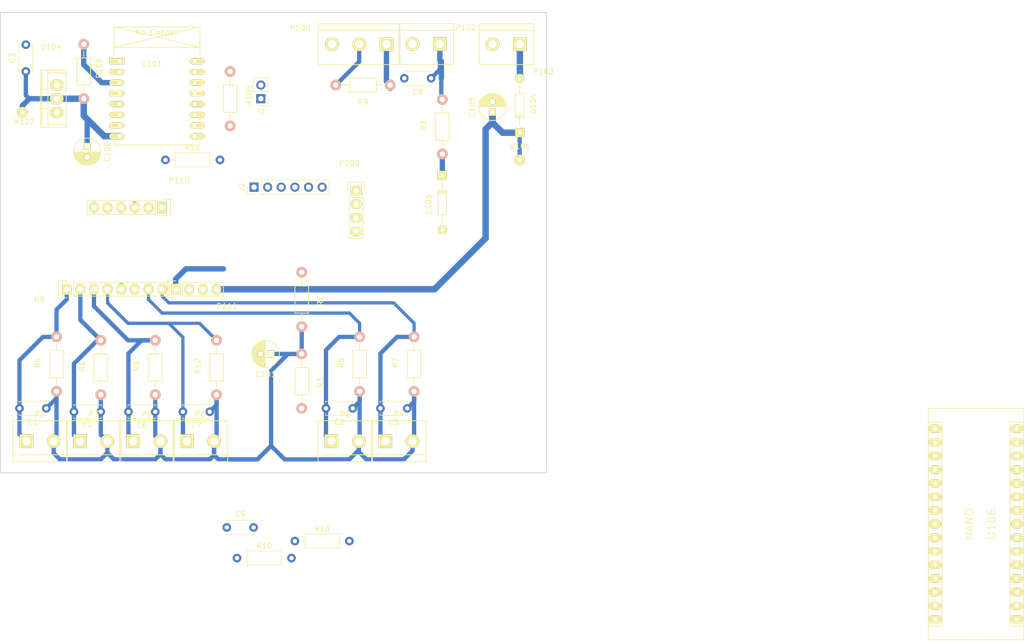
<source format=kicad_pcb>
(kicad_pcb (version 4) (host pcbnew 4.0.7-e2-6376~58~ubuntu16.04.1)

  (general
    (links 91)
    (no_connects 38)
    (area 88.524999 43.524999 190.475001 129.575001)
    (thickness 1.6)
    (drawings 18)
    (tracks 190)
    (zones 0)
    (modules 49)
    (nets 68)
  )

  (page A4)
  (layers
    (0 F.Cu signal)
    (31 B.Cu signal)
    (32 B.Adhes user)
    (33 F.Adhes user hide)
    (34 B.Paste user)
    (35 F.Paste user)
    (36 B.SilkS user)
    (37 F.SilkS user)
    (38 B.Mask user)
    (39 F.Mask user)
    (40 Dwgs.User user)
    (41 Cmts.User user)
    (42 Eco1.User user)
    (43 Eco2.User user)
    (44 Edge.Cuts user)
    (45 Margin user)
    (46 B.CrtYd user)
    (47 F.CrtYd user)
    (48 B.Fab user)
    (49 F.Fab user)
  )

  (setup
    (last_trace_width 0.25)
    (user_trace_width 0.4)
    (user_trace_width 0.6)
    (user_trace_width 0.8)
    (user_trace_width 1)
    (user_trace_width 1.2)
    (trace_clearance 0.25)
    (zone_clearance 0.508)
    (zone_45_only yes)
    (trace_min 0)
    (segment_width 0.2)
    (edge_width 0.15)
    (via_size 0.6)
    (via_drill 0.4)
    (via_min_size 0)
    (via_min_drill 0.3)
    (user_via 1.9 1)
    (uvia_size 0.3)
    (uvia_drill 0.1)
    (uvias_allowed no)
    (uvia_min_size 0)
    (uvia_min_drill 0.1)
    (pcb_text_width 0.3)
    (pcb_text_size 1.5 1.5)
    (mod_edge_width 0.15)
    (mod_text_size 1 1)
    (mod_text_width 0.15)
    (pad_size 2 2)
    (pad_drill 1.00076)
    (pad_to_mask_clearance 0.2)
    (aux_axis_origin 0 0)
    (visible_elements FFFFFF7F)
    (pcbplotparams
      (layerselection 0x01030_80000000)
      (usegerberextensions false)
      (excludeedgelayer true)
      (linewidth 0.100000)
      (plotframeref false)
      (viasonmask false)
      (mode 1)
      (useauxorigin false)
      (hpglpennumber 1)
      (hpglpenspeed 20)
      (hpglpendiameter 15)
      (hpglpenoverlay 2)
      (psnegative false)
      (psa4output false)
      (plotreference true)
      (plotvalue true)
      (plotinvisibletext false)
      (padsonsilk false)
      (subtractmaskfromsilk false)
      (outputformat 1)
      (mirror false)
      (drillshape 0)
      (scaleselection 1)
      (outputdirectory gerber/))
  )

  (net 0 "")
  (net 1 GND)
  (net 2 /e_adc)
  (net 3 /e_cpd)
  (net 4 /e_g16)
  (net 5 /e_g14)
  (net 6 /e_g12)
  (net 7 /e_g13)
  (net 8 /e_g15)
  (net 9 /e_g02)
  (net 10 /e_g00)
  (net 11 /e_g04)
  (net 12 /e_g05)
  (net 13 /Ves_3V3)
  (net 14 /Var_8V)
  (net 15 /Vpc_5V)
  (net 16 /18b20)
  (net 17 "Net-(P111-Pad2)")
  (net 18 /e_rst)
  (net 19 /caudal_1)
  (net 20 "Net-(D104-Pad2)")
  (net 21 /Ref_medida)
  (net 22 /intensidad_2)
  (net 23 /intensidad_8)
  (net 24 /intensidad_3)
  (net 25 /intensidad_4)
  (net 26 /intensidad_1)
  (net 27 /intensidad_7)
  (net 28 "Net-(D105-Pad1)")
  (net 29 /scl)
  (net 30 /sda)
  (net 31 "Net-(P110-Pad2)")
  (net 32 "Net-(U106-Pad2)")
  (net 33 "Net-(U106-Pad3)")
  (net 34 "Net-(U106-Pad4)")
  (net 35 "Net-(U106-Pad30)")
  (net 36 "Net-(U106-Pad29)")
  (net 37 "Net-(U106-Pad28)")
  (net 38 "Net-(U106-Pad27)")
  (net 39 "Net-(U106-Pad19)")
  (net 40 "Net-(U106-Pad18)")
  (net 41 "Net-(U106-Pad17)")
  (net 42 "Net-(U106-Pad1)")
  (net 43 "Net-(U106-Pad5)")
  (net 44 "Net-(U106-Pad6)")
  (net 45 "Net-(U106-Pad7)")
  (net 46 "Net-(U106-Pad8)")
  (net 47 "Net-(U106-Pad9)")
  (net 48 "Net-(U106-Pad10)")
  (net 49 "Net-(U106-Pad11)")
  (net 50 "Net-(U106-Pad12)")
  (net 51 "Net-(U106-Pad13)")
  (net 52 "Net-(U106-Pad14)")
  (net 53 "Net-(U106-Pad15)")
  (net 54 "Net-(U106-Pad16)")
  (net 55 "Net-(U106-Pad20)")
  (net 56 "Net-(U106-Pad21)")
  (net 57 "Net-(U106-Pad22)")
  (net 58 "Net-(U106-Pad23)")
  (net 59 "Net-(U106-Pad24)")
  (net 60 "Net-(U106-Pad25)")
  (net 61 "Net-(U106-Pad26)")
  (net 62 /f_res)
  (net 63 /esp_tx)
  (net 64 /n_d5_tx)
  (net 65 "Net-(J2-Pad4)")
  (net 66 "Net-(J2-Pad5)")
  (net 67 /esp_rx)

  (net_class Default "This is the default net class."
    (clearance 0.25)
    (trace_width 0.25)
    (via_dia 0.6)
    (via_drill 0.4)
    (uvia_dia 0.3)
    (uvia_drill 0.1)
    (add_net /18b20)
    (add_net /Ref_medida)
    (add_net /Var_8V)
    (add_net /Ves_3V3)
    (add_net /Vpc_5V)
    (add_net /caudal_1)
    (add_net /e_adc)
    (add_net /e_cpd)
    (add_net /e_g00)
    (add_net /e_g02)
    (add_net /e_g04)
    (add_net /e_g05)
    (add_net /e_g12)
    (add_net /e_g13)
    (add_net /e_g14)
    (add_net /e_g15)
    (add_net /e_g16)
    (add_net /e_rst)
    (add_net /esp_rx)
    (add_net /esp_tx)
    (add_net /f_res)
    (add_net /intensidad_1)
    (add_net /intensidad_2)
    (add_net /intensidad_3)
    (add_net /intensidad_4)
    (add_net /intensidad_7)
    (add_net /intensidad_8)
    (add_net /n_d5_tx)
    (add_net /scl)
    (add_net /sda)
    (add_net GND)
    (add_net "Net-(D104-Pad2)")
    (add_net "Net-(D105-Pad1)")
    (add_net "Net-(J2-Pad4)")
    (add_net "Net-(J2-Pad5)")
    (add_net "Net-(P110-Pad2)")
    (add_net "Net-(P111-Pad2)")
    (add_net "Net-(U106-Pad1)")
    (add_net "Net-(U106-Pad10)")
    (add_net "Net-(U106-Pad11)")
    (add_net "Net-(U106-Pad12)")
    (add_net "Net-(U106-Pad13)")
    (add_net "Net-(U106-Pad14)")
    (add_net "Net-(U106-Pad15)")
    (add_net "Net-(U106-Pad16)")
    (add_net "Net-(U106-Pad17)")
    (add_net "Net-(U106-Pad18)")
    (add_net "Net-(U106-Pad19)")
    (add_net "Net-(U106-Pad2)")
    (add_net "Net-(U106-Pad20)")
    (add_net "Net-(U106-Pad21)")
    (add_net "Net-(U106-Pad22)")
    (add_net "Net-(U106-Pad23)")
    (add_net "Net-(U106-Pad24)")
    (add_net "Net-(U106-Pad25)")
    (add_net "Net-(U106-Pad26)")
    (add_net "Net-(U106-Pad27)")
    (add_net "Net-(U106-Pad28)")
    (add_net "Net-(U106-Pad29)")
    (add_net "Net-(U106-Pad3)")
    (add_net "Net-(U106-Pad30)")
    (add_net "Net-(U106-Pad4)")
    (add_net "Net-(U106-Pad5)")
    (add_net "Net-(U106-Pad6)")
    (add_net "Net-(U106-Pad7)")
    (add_net "Net-(U106-Pad8)")
    (add_net "Net-(U106-Pad9)")
  )

  (module Connect:bornier2 (layer F.Cu) (tedit 0) (tstamp 59AE43C3)
    (at 162.9 123.6)
    (descr "Bornier d'alimentation 2 pins")
    (tags DEV)
    (path /59AD6243)
    (fp_text reference P4 (at 0 -5.08) (layer F.SilkS)
      (effects (font (size 1 1) (thickness 0.15)))
    )
    (fp_text value PINZA_8 (at 0 5.08) (layer F.Fab)
      (effects (font (size 1 1) (thickness 0.15)))
    )
    (fp_line (start 5.08 2.54) (end -5.08 2.54) (layer F.SilkS) (width 0.15))
    (fp_line (start 5.08 3.81) (end 5.08 -3.81) (layer F.SilkS) (width 0.15))
    (fp_line (start 5.08 -3.81) (end -5.08 -3.81) (layer F.SilkS) (width 0.15))
    (fp_line (start -5.08 -3.81) (end -5.08 3.81) (layer F.SilkS) (width 0.15))
    (fp_line (start -5.08 3.81) (end 5.08 3.81) (layer F.SilkS) (width 0.15))
    (pad 1 thru_hole rect (at -2.54 0) (size 2.54 2.54) (drill 1.524) (layers *.Cu *.Mask F.SilkS)
      (net 23 /intensidad_8))
    (pad 2 thru_hole circle (at 2.54 0) (size 2.54 2.54) (drill 1.524) (layers *.Cu *.Mask F.SilkS)
      (net 21 /Ref_medida))
    (model Connect.3dshapes/bornier2.wrl
      (at (xyz 0 0 0))
      (scale (xyz 1 1 1))
      (rotate (xyz 0 0 0))
    )
  )

  (module Resistors_ThroughHole:Resistor_Horizontal_RM10mm (layer F.Cu) (tedit 59AFDD61) (tstamp 59AE4431)
    (at 165.735 114.3 90)
    (descr "Resistor, Axial,  RM 10mm, 1/3W")
    (tags "Resistor Axial RM 10mm 1/3W")
    (path /59AD6249)
    (fp_text reference R7 (at 5.32892 -3.50012 90) (layer F.SilkS)
      (effects (font (size 1 1) (thickness 0.15)))
    )
    (fp_text value R18 (at 5 0 90) (layer F.Fab)
      (effects (font (size 1 1) (thickness 0.15)))
    )
    (fp_line (start -1.25 -1.5) (end 11.4 -1.5) (layer F.CrtYd) (width 0.05))
    (fp_line (start -1.25 1.5) (end -1.25 -1.5) (layer F.CrtYd) (width 0.05))
    (fp_line (start 11.4 -1.5) (end 11.4 1.5) (layer F.CrtYd) (width 0.05))
    (fp_line (start -1.25 1.5) (end 11.4 1.5) (layer F.CrtYd) (width 0.05))
    (fp_line (start 2.54 -1.27) (end 7.62 -1.27) (layer F.SilkS) (width 0.15))
    (fp_line (start 7.62 -1.27) (end 7.62 1.27) (layer F.SilkS) (width 0.15))
    (fp_line (start 7.62 1.27) (end 2.54 1.27) (layer F.SilkS) (width 0.15))
    (fp_line (start 2.54 1.27) (end 2.54 -1.27) (layer F.SilkS) (width 0.15))
    (fp_line (start 2.54 0) (end 1.27 0) (layer F.SilkS) (width 0.15))
    (fp_line (start 7.62 0) (end 8.89 0) (layer F.SilkS) (width 0.15))
    (pad 1 thru_hole circle (at 0 0 90) (size 1.99898 1.99898) (drill 1.00076) (layers *.Cu *.SilkS *.Mask)
      (net 21 /Ref_medida))
    (pad 2 thru_hole circle (at 10.16 0 90) (size 1.99898 1.99898) (drill 1.00076) (layers *.Cu *.SilkS *.Mask)
      (net 23 /intensidad_8))
    (model Resistors_ThroughHole.3dshapes/Resistor_Horizontal_RM10mm.wrl
      (at (xyz 0 0 0))
      (scale (xyz 0.4 0.4 0.4))
      (rotate (xyz 0 0 0))
    )
  )

  (module Connect:bornier2 (layer F.Cu) (tedit 58AC7BDC) (tstamp 58A16E62)
    (at 168 49.5 180)
    (descr "Bornier d'alimentation 2 pins")
    (tags DEV)
    (path /5872AC26)
    (fp_text reference P102 (at -7.41 3.04 180) (layer F.SilkS)
      (effects (font (size 1 1) (thickness 0.15)))
    )
    (fp_text value CAUDAL_1 (at 0 5.08 180) (layer F.Fab)
      (effects (font (size 1 1) (thickness 0.15)))
    )
    (fp_line (start 5.08 2.54) (end -5.08 2.54) (layer F.SilkS) (width 0.15))
    (fp_line (start 5.08 3.81) (end 5.08 -3.81) (layer F.SilkS) (width 0.15))
    (fp_line (start 5.08 -3.81) (end -5.08 -3.81) (layer F.SilkS) (width 0.15))
    (fp_line (start -5.08 -3.81) (end -5.08 3.81) (layer F.SilkS) (width 0.15))
    (fp_line (start -5.08 3.81) (end 5.08 3.81) (layer F.SilkS) (width 0.15))
    (pad 1 thru_hole rect (at -2.54 0 180) (size 2.54 2.54) (drill 1.524) (layers *.Cu *.Mask F.SilkS)
      (net 19 /caudal_1))
    (pad 2 thru_hole circle (at 2.54 0 180) (size 2.54 2.54) (drill 1.524) (layers *.Cu *.Mask F.SilkS)
      (net 1 GND))
    (model Connect.3dshapes/bornier2.wrl
      (at (xyz 0 0 0))
      (scale (xyz 1 1 1))
      (rotate (xyz 0 0 0))
    )
  )

  (module Connect:bornier2 (layer F.Cu) (tedit 58AC7B13) (tstamp 58A16E68)
    (at 182.925 49.525 180)
    (descr "Bornier d'alimentation 2 pins")
    (tags DEV)
    (path /5872A04E)
    (fp_text reference P103 (at -6.92 -5.1 180) (layer F.SilkS)
      (effects (font (size 1 1) (thickness 0.15)))
    )
    (fp_text value V_IN (at 0 5.08 180) (layer F.Fab)
      (effects (font (size 1 1) (thickness 0.15)))
    )
    (fp_line (start 5.08 2.54) (end -5.08 2.54) (layer F.SilkS) (width 0.15))
    (fp_line (start 5.08 3.81) (end 5.08 -3.81) (layer F.SilkS) (width 0.15))
    (fp_line (start 5.08 -3.81) (end -5.08 -3.81) (layer F.SilkS) (width 0.15))
    (fp_line (start -5.08 -3.81) (end -5.08 3.81) (layer F.SilkS) (width 0.15))
    (fp_line (start -5.08 3.81) (end 5.08 3.81) (layer F.SilkS) (width 0.15))
    (pad 1 thru_hole rect (at -2.54 0 180) (size 2.54 2.54) (drill 1.524) (layers *.Cu *.Mask F.SilkS)
      (net 20 "Net-(D104-Pad2)"))
    (pad 2 thru_hole circle (at 2.54 0 180) (size 2.54 2.54) (drill 1.524) (layers *.Cu *.Mask F.SilkS)
      (net 1 GND))
    (model Connect.3dshapes/bornier2.wrl
      (at (xyz 0 0 0))
      (scale (xyz 1 1 1))
      (rotate (xyz 0 0 0))
    )
  )

  (module Connect:bornier3 (layer F.Cu) (tedit 58AC71AD) (tstamp 58A16E7B)
    (at 155.5 49.525 180)
    (descr "Bornier d'alimentation 3 pins")
    (tags DEV)
    (path /58A06006)
    (fp_text reference P106 (at 10.97 3 180) (layer F.SilkS)
      (effects (font (size 1 1) (thickness 0.15)))
    )
    (fp_text value 18b20 (at 0 5.08 180) (layer F.Fab)
      (effects (font (size 1 1) (thickness 0.15)))
    )
    (fp_line (start -7.62 3.81) (end -7.62 -3.81) (layer F.SilkS) (width 0.15))
    (fp_line (start 7.62 3.81) (end 7.62 -3.81) (layer F.SilkS) (width 0.15))
    (fp_line (start -7.62 2.54) (end 7.62 2.54) (layer F.SilkS) (width 0.15))
    (fp_line (start -7.62 -3.81) (end 7.62 -3.81) (layer F.SilkS) (width 0.15))
    (fp_line (start -7.62 3.81) (end 7.62 3.81) (layer F.SilkS) (width 0.15))
    (pad 1 thru_hole rect (at -5.08 0 180) (size 2.54 2.54) (drill 1.524) (layers *.Cu *.Mask F.SilkS)
      (net 15 /Vpc_5V))
    (pad 2 thru_hole circle (at 0 0 180) (size 2.54 2.54) (drill 1.524) (layers *.Cu *.Mask F.SilkS)
      (net 16 /18b20))
    (pad 3 thru_hole circle (at 5.08 0 180) (size 2.54 2.54) (drill 1.524) (layers *.Cu *.Mask F.SilkS)
      (net 1 GND))
    (model Connect.3dshapes/bornier3.wrl
      (at (xyz 0 0 0))
      (scale (xyz 1 1 1))
      (rotate (xyz 0 0 0))
    )
  )

  (module Pin_Headers:Pin_Header_Straight_1x04 (layer F.Cu) (tedit 59AFBA8B) (tstamp 58A99AB7)
    (at 121.285 95.25 90)
    (descr "Through hole pin header")
    (tags "pin header")
    (path /58A94F3F)
    (fp_text reference P111 (at -3.175 9.525 180) (layer F.SilkS)
      (effects (font (size 1 1) (thickness 0.15)))
    )
    (fp_text value ARD_ALI_04 (at -5.08 12.065 180) (layer F.Fab)
      (effects (font (size 1 1) (thickness 0.15)))
    )
    (fp_line (start -1.75 -1.75) (end -1.75 9.4) (layer F.CrtYd) (width 0.05))
    (fp_line (start 1.75 -1.75) (end 1.75 9.4) (layer F.CrtYd) (width 0.05))
    (fp_line (start -1.75 -1.75) (end 1.75 -1.75) (layer F.CrtYd) (width 0.05))
    (fp_line (start -1.75 9.4) (end 1.75 9.4) (layer F.CrtYd) (width 0.05))
    (fp_line (start -1.27 1.27) (end -1.27 8.89) (layer F.SilkS) (width 0.15))
    (fp_line (start 1.27 1.27) (end 1.27 8.89) (layer F.SilkS) (width 0.15))
    (fp_line (start 1.55 -1.55) (end 1.55 0) (layer F.SilkS) (width 0.15))
    (fp_line (start -1.27 8.89) (end 1.27 8.89) (layer F.SilkS) (width 0.15))
    (fp_line (start 1.27 1.27) (end -1.27 1.27) (layer F.SilkS) (width 0.15))
    (fp_line (start -1.55 0) (end -1.55 -1.55) (layer F.SilkS) (width 0.15))
    (fp_line (start -1.55 -1.55) (end 1.55 -1.55) (layer F.SilkS) (width 0.15))
    (pad 1 thru_hole rect (at 0 0 90) (size 2.032 1.7272) (drill 1.016) (layers *.Cu *.Mask F.SilkS)
      (net 15 /Vpc_5V))
    (pad 2 thru_hole oval (at 0 2.54 90) (size 2.032 1.7272) (drill 1.016) (layers *.Cu *.Mask F.SilkS)
      (net 17 "Net-(P111-Pad2)"))
    (pad 3 thru_hole oval (at 0 5.08 90) (size 2.032 1.7272) (drill 1.016) (layers *.Cu *.Mask F.SilkS)
      (net 1 GND))
    (pad 4 thru_hole oval (at 0 7.62 90) (size 2.032 1.7272) (drill 1.016) (layers *.Cu *.Mask F.SilkS)
      (net 14 /Var_8V))
    (model Pin_Headers.3dshapes/Pin_Header_Straight_1x04.wrl
      (at (xyz 0 -0.15 0))
      (scale (xyz 1 1 1))
      (rotate (xyz 0 0 90))
    )
  )

  (module oscar_libreria_huellas:TO-220-LM117 (layer F.Cu) (tedit 59AFDCFF) (tstamp 58C1B8C4)
    (at 99.1 59.7 90)
    (descr "Non Isolated JEDEC TO-220 Package")
    (tags "Power Integration YN Package")
    (path /58723FF5)
    (fp_text reference U104 (at 9.7 -1.1 180) (layer F.SilkS)
      (effects (font (size 1 1) (thickness 0.15)))
    )
    (fp_text value LM1117 (at 7.7 -0.1 360) (layer F.Fab)
      (effects (font (size 1 1) (thickness 0.15)))
    )
    (fp_line (start 4.826 -1.651) (end 4.826 1.778) (layer F.SilkS) (width 0.15))
    (fp_line (start -4.826 -1.651) (end -4.826 1.778) (layer F.SilkS) (width 0.15))
    (fp_line (start 5.334 -2.794) (end -5.334 -2.794) (layer F.SilkS) (width 0.15))
    (fp_line (start 1.778 -1.778) (end 1.778 -3.048) (layer F.SilkS) (width 0.15))
    (fp_line (start -1.778 -1.778) (end -1.778 -3.048) (layer F.SilkS) (width 0.15))
    (fp_line (start -5.334 -1.651) (end 5.334 -1.651) (layer F.SilkS) (width 0.15))
    (fp_line (start 5.334 1.778) (end -5.334 1.778) (layer F.SilkS) (width 0.15))
    (fp_line (start -5.334 -3.048) (end -5.334 1.778) (layer F.SilkS) (width 0.15))
    (fp_line (start 5.334 -3.048) (end 5.334 1.778) (layer F.SilkS) (width 0.15))
    (fp_line (start 5.334 -3.048) (end -5.334 -3.048) (layer F.SilkS) (width 0.15))
    (pad VO thru_hole oval (at 0 0 90) (size 2.032 2.54) (drill 1.143) (layers *.Cu *.Mask F.SilkS)
      (net 13 /Ves_3V3))
    (pad GND thru_hole oval (at 2.54 0 90) (size 2.032 2.54) (drill 1.143) (layers *.Cu *.Mask F.SilkS)
      (net 1 GND))
    (pad VI thru_hole oval (at -2.54 0 90) (size 2.032 2.54) (drill 1.143) (layers *.Cu *.Mask F.SilkS)
      (net 14 /Var_8V))
  )

  (module oscar_libreria_huellas:ESP-07v2_pad (layer F.Cu) (tedit 591C09BB) (tstamp 591C1BCC)
    (at 110.8 52.7)
    (descr "Module, ESP-8266, ESP-07v2, 16 pad, SMD")
    (tags "Module ESP-8266 ESP8266")
    (path /584C1CED)
    (fp_text reference U101 (at 6 0.5) (layer F.SilkS)
      (effects (font (size 1 1) (thickness 0.15)))
    )
    (fp_text value ESP-12 (at 7.25 2.25) (layer F.Fab)
      (effects (font (size 1 1) (thickness 0.15)))
    )
    (fp_line (start -2.25 -0.5) (end -2.25 -6.65) (layer F.CrtYd) (width 0.05))
    (fp_line (start -2.25 -6.65) (end 16.25 -6.65) (layer F.CrtYd) (width 0.05))
    (fp_line (start 16.25 -6.65) (end 16.25 16) (layer F.CrtYd) (width 0.05))
    (fp_line (start 16.25 16) (end -2.25 16) (layer F.CrtYd) (width 0.05))
    (fp_line (start -2.25 16) (end -2.25 -0.5) (layer F.CrtYd) (width 0.05))
    (fp_line (start -1 -6.4) (end 15 -6.4) (layer F.SilkS) (width 0.1524))
    (fp_line (start 15 -6.4) (end 15 -1) (layer F.SilkS) (width 0.1524))
    (fp_line (start -1 -6.4) (end -1 -1) (layer F.SilkS) (width 0.1524))
    (fp_line (start -1 14.8) (end -1 15.6) (layer F.SilkS) (width 0.1524))
    (fp_line (start -1 15.6) (end 15 15.6) (layer F.SilkS) (width 0.1524))
    (fp_line (start 15 15.6) (end 15 14.8) (layer F.SilkS) (width 0.1524))
    (fp_line (start 15 -6.4) (end -1 -2.6) (layer F.SilkS) (width 0.1524))
    (fp_line (start -1 -6.4) (end 15 -2.6) (layer F.SilkS) (width 0.1524))
    (fp_text user "No Copper" (at 6.892 -5.4) (layer F.SilkS)
      (effects (font (size 1 1) (thickness 0.15)))
    )
    (fp_line (start -1.008 -2.6) (end 14.992 -2.6) (layer F.SilkS) (width 0.1524))
    (fp_line (start 15 -6.4) (end 15 15.6) (layer F.Fab) (width 0.05))
    (fp_line (start 15 15.6) (end -1 15.6) (layer F.Fab) (width 0.05))
    (fp_line (start -1.008 15.6) (end -1.008 -6.4) (layer F.Fab) (width 0.05))
    (fp_line (start -1 -6.4) (end 15 -6.4) (layer F.Fab) (width 0.05))
    (pad 1 thru_hole rect (at 0 0) (size 2.8 1.1) (drill 0.65 (offset -0.5 0)) (layers *.Cu *.Mask F.SilkS)
      (net 18 /e_rst))
    (pad 2 thru_hole oval (at 0 2) (size 2.8 1.1) (drill 0.65 (offset -0.5 0)) (layers *.Cu *.Mask F.SilkS)
      (net 2 /e_adc))
    (pad 3 thru_hole oval (at 0 4) (size 2.8 1.1) (drill 0.65 (offset -0.5 0)) (layers *.Cu *.Mask F.SilkS)
      (net 3 /e_cpd))
    (pad 4 thru_hole oval (at 0 6) (size 2.8 1.1) (drill 0.65 (offset -0.5 0)) (layers *.Cu *.Mask F.SilkS)
      (net 4 /e_g16))
    (pad 5 thru_hole oval (at 0 8) (size 2.8 1.1) (drill 0.65 (offset -0.5 0)) (layers *.Cu *.Mask F.SilkS)
      (net 5 /e_g14))
    (pad 6 thru_hole oval (at 0 10) (size 2.8 1.1) (drill 0.65 (offset -0.5 0)) (layers *.Cu *.Mask F.SilkS)
      (net 6 /e_g12))
    (pad 7 thru_hole oval (at 0 12) (size 2.8 1.1) (drill 0.65 (offset -0.5 0)) (layers *.Cu *.Mask F.SilkS)
      (net 7 /e_g13))
    (pad 8 thru_hole oval (at 0 14) (size 2.8 1.1) (drill 0.65 (offset -0.5 0)) (layers *.Cu *.Mask F.SilkS)
      (net 13 /Ves_3V3))
    (pad 9 thru_hole oval (at 14 14) (size 2.8 1.1) (drill 0.65 (offset 0.5 0)) (layers *.Cu *.Mask F.SilkS)
      (net 1 GND))
    (pad 10 thru_hole oval (at 14 12) (size 2.8 1.1) (drill 0.65 (offset 0.5 0)) (layers *.Cu *.Mask F.SilkS)
      (net 8 /e_g15))
    (pad 11 thru_hole oval (at 14 10) (size 2.8 1.1) (drill 0.65 (offset 0.5 0)) (layers *.Cu *.Mask F.SilkS)
      (net 9 /e_g02))
    (pad 12 thru_hole oval (at 14 8) (size 2.8 1.1) (drill 0.65 (offset 0.5 0)) (layers *.Cu *.Mask F.SilkS)
      (net 10 /e_g00))
    (pad 13 thru_hole oval (at 14 6) (size 2.8 1.1) (drill 0.65 (offset 0.5 0)) (layers *.Cu *.Mask F.SilkS)
      (net 11 /e_g04))
    (pad 14 thru_hole oval (at 14 4) (size 2.8 1.1) (drill 0.65 (offset 0.5 0)) (layers *.Cu *.Mask F.SilkS)
      (net 12 /e_g05))
    (pad 15 thru_hole oval (at 14 2) (size 2.8 1.1) (drill 0.65 (offset 0.5 0)) (layers *.Cu *.Mask F.SilkS)
      (net 67 /esp_rx))
    (pad 16 thru_hole oval (at 14 0) (size 2.8 1.1) (drill 0.65 (offset 0.5 0)) (layers *.Cu *.Mask F.SilkS)
      (net 63 /esp_tx))
    (model ${ESPLIB}/ESP8266.3dshapes/ESP-07v2.wrl
      (at (xyz 0 0 0))
      (scale (xyz 0.3937 0.3937 0.3937))
      (rotate (xyz 0 0 0))
    )
  )

  (module Capacitors_ThroughHole:C_Radial_D5_L11_P2 (layer F.Cu) (tedit 0) (tstamp 59AE437B)
    (at 139.065 107.315 180)
    (descr "Radial Electrolytic Capacitor 5mm x Length 11mm, Pitch 2mm")
    (tags "Electrolytic Capacitor")
    (path /59AD144A)
    (fp_text reference C101 (at 1 -3.8 180) (layer F.SilkS)
      (effects (font (size 1 1) (thickness 0.15)))
    )
    (fp_text value 22uF (at 1 3.8 180) (layer F.Fab)
      (effects (font (size 1 1) (thickness 0.15)))
    )
    (fp_line (start 1.075 -2.499) (end 1.075 2.499) (layer F.SilkS) (width 0.15))
    (fp_line (start 1.215 -2.491) (end 1.215 -0.154) (layer F.SilkS) (width 0.15))
    (fp_line (start 1.215 0.154) (end 1.215 2.491) (layer F.SilkS) (width 0.15))
    (fp_line (start 1.355 -2.475) (end 1.355 -0.473) (layer F.SilkS) (width 0.15))
    (fp_line (start 1.355 0.473) (end 1.355 2.475) (layer F.SilkS) (width 0.15))
    (fp_line (start 1.495 -2.451) (end 1.495 -0.62) (layer F.SilkS) (width 0.15))
    (fp_line (start 1.495 0.62) (end 1.495 2.451) (layer F.SilkS) (width 0.15))
    (fp_line (start 1.635 -2.418) (end 1.635 -0.712) (layer F.SilkS) (width 0.15))
    (fp_line (start 1.635 0.712) (end 1.635 2.418) (layer F.SilkS) (width 0.15))
    (fp_line (start 1.775 -2.377) (end 1.775 -0.768) (layer F.SilkS) (width 0.15))
    (fp_line (start 1.775 0.768) (end 1.775 2.377) (layer F.SilkS) (width 0.15))
    (fp_line (start 1.915 -2.327) (end 1.915 -0.795) (layer F.SilkS) (width 0.15))
    (fp_line (start 1.915 0.795) (end 1.915 2.327) (layer F.SilkS) (width 0.15))
    (fp_line (start 2.055 -2.266) (end 2.055 -0.798) (layer F.SilkS) (width 0.15))
    (fp_line (start 2.055 0.798) (end 2.055 2.266) (layer F.SilkS) (width 0.15))
    (fp_line (start 2.195 -2.196) (end 2.195 -0.776) (layer F.SilkS) (width 0.15))
    (fp_line (start 2.195 0.776) (end 2.195 2.196) (layer F.SilkS) (width 0.15))
    (fp_line (start 2.335 -2.114) (end 2.335 -0.726) (layer F.SilkS) (width 0.15))
    (fp_line (start 2.335 0.726) (end 2.335 2.114) (layer F.SilkS) (width 0.15))
    (fp_line (start 2.475 -2.019) (end 2.475 -0.644) (layer F.SilkS) (width 0.15))
    (fp_line (start 2.475 0.644) (end 2.475 2.019) (layer F.SilkS) (width 0.15))
    (fp_line (start 2.615 -1.908) (end 2.615 -0.512) (layer F.SilkS) (width 0.15))
    (fp_line (start 2.615 0.512) (end 2.615 1.908) (layer F.SilkS) (width 0.15))
    (fp_line (start 2.755 -1.78) (end 2.755 -0.265) (layer F.SilkS) (width 0.15))
    (fp_line (start 2.755 0.265) (end 2.755 1.78) (layer F.SilkS) (width 0.15))
    (fp_line (start 2.895 -1.631) (end 2.895 1.631) (layer F.SilkS) (width 0.15))
    (fp_line (start 3.035 -1.452) (end 3.035 1.452) (layer F.SilkS) (width 0.15))
    (fp_line (start 3.175 -1.233) (end 3.175 1.233) (layer F.SilkS) (width 0.15))
    (fp_line (start 3.315 -0.944) (end 3.315 0.944) (layer F.SilkS) (width 0.15))
    (fp_line (start 3.455 -0.472) (end 3.455 0.472) (layer F.SilkS) (width 0.15))
    (fp_circle (center 2 0) (end 2 -0.8) (layer F.SilkS) (width 0.15))
    (fp_circle (center 1 0) (end 1 -2.5375) (layer F.SilkS) (width 0.15))
    (fp_circle (center 1 0) (end 1 -2.8) (layer F.CrtYd) (width 0.05))
    (pad 1 thru_hole rect (at 0 0 180) (size 1.3 1.3) (drill 0.8) (layers *.Cu *.Mask F.SilkS)
      (net 21 /Ref_medida))
    (pad 2 thru_hole circle (at 2 0 180) (size 1.3 1.3) (drill 0.8) (layers *.Cu *.Mask F.SilkS)
      (net 1 GND))
    (model Capacitors_ThroughHole.3dshapes/C_Radial_D5_L11_P2.wrl
      (at (xyz 0 0 0))
      (scale (xyz 1 1 1))
      (rotate (xyz 0 0 0))
    )
  )

  (module Capacitors_ThroughHole:C_Radial_D5_L11_P2 (layer F.Cu) (tedit 0) (tstamp 59AE4393)
    (at 180.34 62.23 90)
    (descr "Radial Electrolytic Capacitor 5mm x Length 11mm, Pitch 2mm")
    (tags "Electrolytic Capacitor")
    (path /58A1D1FB)
    (fp_text reference C105 (at 1 -3.8 90) (layer F.SilkS)
      (effects (font (size 1 1) (thickness 0.15)))
    )
    (fp_text value 220uF (at 1 3.8 90) (layer F.Fab)
      (effects (font (size 1 1) (thickness 0.15)))
    )
    (fp_line (start 1.075 -2.499) (end 1.075 2.499) (layer F.SilkS) (width 0.15))
    (fp_line (start 1.215 -2.491) (end 1.215 -0.154) (layer F.SilkS) (width 0.15))
    (fp_line (start 1.215 0.154) (end 1.215 2.491) (layer F.SilkS) (width 0.15))
    (fp_line (start 1.355 -2.475) (end 1.355 -0.473) (layer F.SilkS) (width 0.15))
    (fp_line (start 1.355 0.473) (end 1.355 2.475) (layer F.SilkS) (width 0.15))
    (fp_line (start 1.495 -2.451) (end 1.495 -0.62) (layer F.SilkS) (width 0.15))
    (fp_line (start 1.495 0.62) (end 1.495 2.451) (layer F.SilkS) (width 0.15))
    (fp_line (start 1.635 -2.418) (end 1.635 -0.712) (layer F.SilkS) (width 0.15))
    (fp_line (start 1.635 0.712) (end 1.635 2.418) (layer F.SilkS) (width 0.15))
    (fp_line (start 1.775 -2.377) (end 1.775 -0.768) (layer F.SilkS) (width 0.15))
    (fp_line (start 1.775 0.768) (end 1.775 2.377) (layer F.SilkS) (width 0.15))
    (fp_line (start 1.915 -2.327) (end 1.915 -0.795) (layer F.SilkS) (width 0.15))
    (fp_line (start 1.915 0.795) (end 1.915 2.327) (layer F.SilkS) (width 0.15))
    (fp_line (start 2.055 -2.266) (end 2.055 -0.798) (layer F.SilkS) (width 0.15))
    (fp_line (start 2.055 0.798) (end 2.055 2.266) (layer F.SilkS) (width 0.15))
    (fp_line (start 2.195 -2.196) (end 2.195 -0.776) (layer F.SilkS) (width 0.15))
    (fp_line (start 2.195 0.776) (end 2.195 2.196) (layer F.SilkS) (width 0.15))
    (fp_line (start 2.335 -2.114) (end 2.335 -0.726) (layer F.SilkS) (width 0.15))
    (fp_line (start 2.335 0.726) (end 2.335 2.114) (layer F.SilkS) (width 0.15))
    (fp_line (start 2.475 -2.019) (end 2.475 -0.644) (layer F.SilkS) (width 0.15))
    (fp_line (start 2.475 0.644) (end 2.475 2.019) (layer F.SilkS) (width 0.15))
    (fp_line (start 2.615 -1.908) (end 2.615 -0.512) (layer F.SilkS) (width 0.15))
    (fp_line (start 2.615 0.512) (end 2.615 1.908) (layer F.SilkS) (width 0.15))
    (fp_line (start 2.755 -1.78) (end 2.755 -0.265) (layer F.SilkS) (width 0.15))
    (fp_line (start 2.755 0.265) (end 2.755 1.78) (layer F.SilkS) (width 0.15))
    (fp_line (start 2.895 -1.631) (end 2.895 1.631) (layer F.SilkS) (width 0.15))
    (fp_line (start 3.035 -1.452) (end 3.035 1.452) (layer F.SilkS) (width 0.15))
    (fp_line (start 3.175 -1.233) (end 3.175 1.233) (layer F.SilkS) (width 0.15))
    (fp_line (start 3.315 -0.944) (end 3.315 0.944) (layer F.SilkS) (width 0.15))
    (fp_line (start 3.455 -0.472) (end 3.455 0.472) (layer F.SilkS) (width 0.15))
    (fp_circle (center 2 0) (end 2 -0.8) (layer F.SilkS) (width 0.15))
    (fp_circle (center 1 0) (end 1 -2.5375) (layer F.SilkS) (width 0.15))
    (fp_circle (center 1 0) (end 1 -2.8) (layer F.CrtYd) (width 0.05))
    (pad 1 thru_hole rect (at 0 0 90) (size 1.3 1.3) (drill 0.8) (layers *.Cu *.Mask F.SilkS)
      (net 14 /Var_8V))
    (pad 2 thru_hole circle (at 2 0 90) (size 1.3 1.3) (drill 0.8) (layers *.Cu *.Mask F.SilkS)
      (net 1 GND))
    (model Capacitors_ThroughHole.3dshapes/C_Radial_D5_L11_P2.wrl
      (at (xyz 0 0 0))
      (scale (xyz 1 1 1))
      (rotate (xyz 0 0 0))
    )
  )

  (module Capacitors_ThroughHole:C_Radial_D5_L11_P2 (layer F.Cu) (tedit 0) (tstamp 59AE4399)
    (at 104.775 68.58 270)
    (descr "Radial Electrolytic Capacitor 5mm x Length 11mm, Pitch 2mm")
    (tags "Electrolytic Capacitor")
    (path /58A1C097)
    (fp_text reference C106 (at 1 -3.8 270) (layer F.SilkS)
      (effects (font (size 1 1) (thickness 0.15)))
    )
    (fp_text value 22uF (at 1 3.8 270) (layer F.Fab)
      (effects (font (size 1 1) (thickness 0.15)))
    )
    (fp_line (start 1.075 -2.499) (end 1.075 2.499) (layer F.SilkS) (width 0.15))
    (fp_line (start 1.215 -2.491) (end 1.215 -0.154) (layer F.SilkS) (width 0.15))
    (fp_line (start 1.215 0.154) (end 1.215 2.491) (layer F.SilkS) (width 0.15))
    (fp_line (start 1.355 -2.475) (end 1.355 -0.473) (layer F.SilkS) (width 0.15))
    (fp_line (start 1.355 0.473) (end 1.355 2.475) (layer F.SilkS) (width 0.15))
    (fp_line (start 1.495 -2.451) (end 1.495 -0.62) (layer F.SilkS) (width 0.15))
    (fp_line (start 1.495 0.62) (end 1.495 2.451) (layer F.SilkS) (width 0.15))
    (fp_line (start 1.635 -2.418) (end 1.635 -0.712) (layer F.SilkS) (width 0.15))
    (fp_line (start 1.635 0.712) (end 1.635 2.418) (layer F.SilkS) (width 0.15))
    (fp_line (start 1.775 -2.377) (end 1.775 -0.768) (layer F.SilkS) (width 0.15))
    (fp_line (start 1.775 0.768) (end 1.775 2.377) (layer F.SilkS) (width 0.15))
    (fp_line (start 1.915 -2.327) (end 1.915 -0.795) (layer F.SilkS) (width 0.15))
    (fp_line (start 1.915 0.795) (end 1.915 2.327) (layer F.SilkS) (width 0.15))
    (fp_line (start 2.055 -2.266) (end 2.055 -0.798) (layer F.SilkS) (width 0.15))
    (fp_line (start 2.055 0.798) (end 2.055 2.266) (layer F.SilkS) (width 0.15))
    (fp_line (start 2.195 -2.196) (end 2.195 -0.776) (layer F.SilkS) (width 0.15))
    (fp_line (start 2.195 0.776) (end 2.195 2.196) (layer F.SilkS) (width 0.15))
    (fp_line (start 2.335 -2.114) (end 2.335 -0.726) (layer F.SilkS) (width 0.15))
    (fp_line (start 2.335 0.726) (end 2.335 2.114) (layer F.SilkS) (width 0.15))
    (fp_line (start 2.475 -2.019) (end 2.475 -0.644) (layer F.SilkS) (width 0.15))
    (fp_line (start 2.475 0.644) (end 2.475 2.019) (layer F.SilkS) (width 0.15))
    (fp_line (start 2.615 -1.908) (end 2.615 -0.512) (layer F.SilkS) (width 0.15))
    (fp_line (start 2.615 0.512) (end 2.615 1.908) (layer F.SilkS) (width 0.15))
    (fp_line (start 2.755 -1.78) (end 2.755 -0.265) (layer F.SilkS) (width 0.15))
    (fp_line (start 2.755 0.265) (end 2.755 1.78) (layer F.SilkS) (width 0.15))
    (fp_line (start 2.895 -1.631) (end 2.895 1.631) (layer F.SilkS) (width 0.15))
    (fp_line (start 3.035 -1.452) (end 3.035 1.452) (layer F.SilkS) (width 0.15))
    (fp_line (start 3.175 -1.233) (end 3.175 1.233) (layer F.SilkS) (width 0.15))
    (fp_line (start 3.315 -0.944) (end 3.315 0.944) (layer F.SilkS) (width 0.15))
    (fp_line (start 3.455 -0.472) (end 3.455 0.472) (layer F.SilkS) (width 0.15))
    (fp_circle (center 2 0) (end 2 -0.8) (layer F.SilkS) (width 0.15))
    (fp_circle (center 1 0) (end 1 -2.5375) (layer F.SilkS) (width 0.15))
    (fp_circle (center 1 0) (end 1 -2.8) (layer F.CrtYd) (width 0.05))
    (pad 1 thru_hole rect (at 0 0 270) (size 1.3 1.3) (drill 0.8) (layers *.Cu *.Mask F.SilkS)
      (net 13 /Ves_3V3))
    (pad 2 thru_hole circle (at 2 0 270) (size 1.3 1.3) (drill 0.8) (layers *.Cu *.Mask F.SilkS)
      (net 1 GND))
    (model Capacitors_ThroughHole.3dshapes/C_Radial_D5_L11_P2.wrl
      (at (xyz 0 0 0))
      (scale (xyz 1 1 1))
      (rotate (xyz 0 0 0))
    )
  )

  (module Diodes_ThroughHole:Diode_DO-35_SOD27_Horizontal_RM10 (layer F.Cu) (tedit 552FFC30) (tstamp 59AE43A5)
    (at 185.42 66.04 90)
    (descr "Diode, DO-35,  SOD27, Horizontal, RM 10mm")
    (tags "Diode, DO-35, SOD27, Horizontal, RM 10mm, 1N4148,")
    (path /58AA185E)
    (fp_text reference D104 (at 5.43052 2.53746 90) (layer F.SilkS)
      (effects (font (size 1 1) (thickness 0.15)))
    )
    (fp_text value 1N4007 (at 4.41452 -3.55854 90) (layer F.Fab)
      (effects (font (size 1 1) (thickness 0.15)))
    )
    (fp_line (start 7.36652 -0.00254) (end 8.76352 -0.00254) (layer F.SilkS) (width 0.15))
    (fp_line (start 2.92152 -0.00254) (end 1.39752 -0.00254) (layer F.SilkS) (width 0.15))
    (fp_line (start 3.30252 -0.76454) (end 3.30252 0.75946) (layer F.SilkS) (width 0.15))
    (fp_line (start 3.04852 -0.76454) (end 3.04852 0.75946) (layer F.SilkS) (width 0.15))
    (fp_line (start 2.79452 -0.00254) (end 2.79452 0.75946) (layer F.SilkS) (width 0.15))
    (fp_line (start 2.79452 0.75946) (end 7.36652 0.75946) (layer F.SilkS) (width 0.15))
    (fp_line (start 7.36652 0.75946) (end 7.36652 -0.76454) (layer F.SilkS) (width 0.15))
    (fp_line (start 7.36652 -0.76454) (end 2.79452 -0.76454) (layer F.SilkS) (width 0.15))
    (fp_line (start 2.79452 -0.76454) (end 2.79452 -0.00254) (layer F.SilkS) (width 0.15))
    (pad 2 thru_hole circle (at 10.16052 -0.00254 270) (size 1.69926 1.69926) (drill 0.70104) (layers *.Cu *.Mask F.SilkS)
      (net 20 "Net-(D104-Pad2)"))
    (pad 1 thru_hole rect (at 0.00052 -0.00254 270) (size 1.69926 1.69926) (drill 0.70104) (layers *.Cu *.Mask F.SilkS)
      (net 14 /Var_8V))
    (model Diodes_ThroughHole.3dshapes/Diode_DO-35_SOD27_Horizontal_RM10.wrl
      (at (xyz 0.2 0 0))
      (scale (xyz 0.4 0.4 0.4))
      (rotate (xyz 0 0 180))
    )
  )

  (module Diodes_ThroughHole:Diode_DO-35_SOD27_Horizontal_RM10 (layer F.Cu) (tedit 552FFC30) (tstamp 59AE43AB)
    (at 171 74 270)
    (descr "Diode, DO-35,  SOD27, Horizontal, RM 10mm")
    (tags "Diode, DO-35, SOD27, Horizontal, RM 10mm, 1N4148,")
    (path /58AE9BB6)
    (fp_text reference D105 (at 5.43052 2.53746 270) (layer F.SilkS)
      (effects (font (size 1 1) (thickness 0.15)))
    )
    (fp_text value 1N4007 (at 4.41452 -3.55854 270) (layer F.Fab)
      (effects (font (size 1 1) (thickness 0.15)))
    )
    (fp_line (start 7.36652 -0.00254) (end 8.76352 -0.00254) (layer F.SilkS) (width 0.15))
    (fp_line (start 2.92152 -0.00254) (end 1.39752 -0.00254) (layer F.SilkS) (width 0.15))
    (fp_line (start 3.30252 -0.76454) (end 3.30252 0.75946) (layer F.SilkS) (width 0.15))
    (fp_line (start 3.04852 -0.76454) (end 3.04852 0.75946) (layer F.SilkS) (width 0.15))
    (fp_line (start 2.79452 -0.00254) (end 2.79452 0.75946) (layer F.SilkS) (width 0.15))
    (fp_line (start 2.79452 0.75946) (end 7.36652 0.75946) (layer F.SilkS) (width 0.15))
    (fp_line (start 7.36652 0.75946) (end 7.36652 -0.76454) (layer F.SilkS) (width 0.15))
    (fp_line (start 7.36652 -0.76454) (end 2.79452 -0.76454) (layer F.SilkS) (width 0.15))
    (fp_line (start 2.79452 -0.76454) (end 2.79452 -0.00254) (layer F.SilkS) (width 0.15))
    (pad 2 thru_hole circle (at 10.16052 -0.00254 90) (size 1.69926 1.69926) (drill 0.70104) (layers *.Cu *.Mask F.SilkS)
      (net 15 /Vpc_5V))
    (pad 1 thru_hole rect (at 0.00052 -0.00254 90) (size 1.69926 1.69926) (drill 0.70104) (layers *.Cu *.Mask F.SilkS)
      (net 28 "Net-(D105-Pad1)"))
    (model Diodes_ThroughHole.3dshapes/Diode_DO-35_SOD27_Horizontal_RM10.wrl
      (at (xyz 0.2 0 0))
      (scale (xyz 0.4 0.4 0.4))
      (rotate (xyz 0 0 180))
    )
  )

  (module Connect:bornier2 (layer F.Cu) (tedit 0) (tstamp 59AE43B1)
    (at 96 123.6)
    (descr "Bornier d'alimentation 2 pins")
    (tags DEV)
    (path /59AD216F)
    (fp_text reference P1 (at 0 -5.08) (layer F.SilkS)
      (effects (font (size 1 1) (thickness 0.15)))
    )
    (fp_text value PINZA_1 (at 0 5.08) (layer F.Fab)
      (effects (font (size 1 1) (thickness 0.15)))
    )
    (fp_line (start 5.08 2.54) (end -5.08 2.54) (layer F.SilkS) (width 0.15))
    (fp_line (start 5.08 3.81) (end 5.08 -3.81) (layer F.SilkS) (width 0.15))
    (fp_line (start 5.08 -3.81) (end -5.08 -3.81) (layer F.SilkS) (width 0.15))
    (fp_line (start -5.08 -3.81) (end -5.08 3.81) (layer F.SilkS) (width 0.15))
    (fp_line (start -5.08 3.81) (end 5.08 3.81) (layer F.SilkS) (width 0.15))
    (pad 1 thru_hole rect (at -2.54 0) (size 2.54 2.54) (drill 1.524) (layers *.Cu *.Mask F.SilkS)
      (net 26 /intensidad_1))
    (pad 2 thru_hole circle (at 2.54 0) (size 2.54 2.54) (drill 1.524) (layers *.Cu *.Mask F.SilkS)
      (net 21 /Ref_medida))
    (model Connect.3dshapes/bornier2.wrl
      (at (xyz 0 0 0))
      (scale (xyz 1 1 1))
      (rotate (xyz 0 0 0))
    )
  )

  (module Connect:bornier2 (layer F.Cu) (tedit 0) (tstamp 59AE43B7)
    (at 152.9 123.6)
    (descr "Bornier d'alimentation 2 pins")
    (tags DEV)
    (path /59AD6230)
    (fp_text reference P2 (at 0 -5.08) (layer F.SilkS)
      (effects (font (size 1 1) (thickness 0.15)))
    )
    (fp_text value PINZA_7 (at 0 5.08) (layer F.Fab)
      (effects (font (size 1 1) (thickness 0.15)))
    )
    (fp_line (start 5.08 2.54) (end -5.08 2.54) (layer F.SilkS) (width 0.15))
    (fp_line (start 5.08 3.81) (end 5.08 -3.81) (layer F.SilkS) (width 0.15))
    (fp_line (start 5.08 -3.81) (end -5.08 -3.81) (layer F.SilkS) (width 0.15))
    (fp_line (start -5.08 -3.81) (end -5.08 3.81) (layer F.SilkS) (width 0.15))
    (fp_line (start -5.08 3.81) (end 5.08 3.81) (layer F.SilkS) (width 0.15))
    (pad 1 thru_hole rect (at -2.54 0) (size 2.54 2.54) (drill 1.524) (layers *.Cu *.Mask F.SilkS)
      (net 27 /intensidad_7))
    (pad 2 thru_hole circle (at 2.54 0) (size 2.54 2.54) (drill 1.524) (layers *.Cu *.Mask F.SilkS)
      (net 21 /Ref_medida))
    (model Connect.3dshapes/bornier2.wrl
      (at (xyz 0 0 0))
      (scale (xyz 1 1 1))
      (rotate (xyz 0 0 0))
    )
  )

  (module Connect:bornier2 (layer F.Cu) (tedit 0) (tstamp 59AE43BD)
    (at 106 123.6)
    (descr "Bornier d'alimentation 2 pins")
    (tags DEV)
    (path /59AD4A85)
    (fp_text reference P3 (at 0 -5.08) (layer F.SilkS)
      (effects (font (size 1 1) (thickness 0.15)))
    )
    (fp_text value PINZA_2 (at 0 5.08) (layer F.Fab)
      (effects (font (size 1 1) (thickness 0.15)))
    )
    (fp_line (start 5.08 2.54) (end -5.08 2.54) (layer F.SilkS) (width 0.15))
    (fp_line (start 5.08 3.81) (end 5.08 -3.81) (layer F.SilkS) (width 0.15))
    (fp_line (start 5.08 -3.81) (end -5.08 -3.81) (layer F.SilkS) (width 0.15))
    (fp_line (start -5.08 -3.81) (end -5.08 3.81) (layer F.SilkS) (width 0.15))
    (fp_line (start -5.08 3.81) (end 5.08 3.81) (layer F.SilkS) (width 0.15))
    (pad 1 thru_hole rect (at -2.54 0) (size 2.54 2.54) (drill 1.524) (layers *.Cu *.Mask F.SilkS)
      (net 22 /intensidad_2))
    (pad 2 thru_hole circle (at 2.54 0) (size 2.54 2.54) (drill 1.524) (layers *.Cu *.Mask F.SilkS)
      (net 21 /Ref_medida))
    (model Connect.3dshapes/bornier2.wrl
      (at (xyz 0 0 0))
      (scale (xyz 1 1 1))
      (rotate (xyz 0 0 0))
    )
  )

  (module Connect:bornier2 (layer F.Cu) (tedit 0) (tstamp 59AE43C9)
    (at 115.9 123.6)
    (descr "Bornier d'alimentation 2 pins")
    (tags DEV)
    (path /59AD51AC)
    (fp_text reference P5 (at 0 -5.08) (layer F.SilkS)
      (effects (font (size 1 1) (thickness 0.15)))
    )
    (fp_text value PINZA_3 (at 0 5.08) (layer F.Fab)
      (effects (font (size 1 1) (thickness 0.15)))
    )
    (fp_line (start 5.08 2.54) (end -5.08 2.54) (layer F.SilkS) (width 0.15))
    (fp_line (start 5.08 3.81) (end 5.08 -3.81) (layer F.SilkS) (width 0.15))
    (fp_line (start 5.08 -3.81) (end -5.08 -3.81) (layer F.SilkS) (width 0.15))
    (fp_line (start -5.08 -3.81) (end -5.08 3.81) (layer F.SilkS) (width 0.15))
    (fp_line (start -5.08 3.81) (end 5.08 3.81) (layer F.SilkS) (width 0.15))
    (pad 1 thru_hole rect (at -2.54 0) (size 2.54 2.54) (drill 1.524) (layers *.Cu *.Mask F.SilkS)
      (net 24 /intensidad_3))
    (pad 2 thru_hole circle (at 2.54 0) (size 2.54 2.54) (drill 1.524) (layers *.Cu *.Mask F.SilkS)
      (net 21 /Ref_medida))
    (model Connect.3dshapes/bornier2.wrl
      (at (xyz 0 0 0))
      (scale (xyz 1 1 1))
      (rotate (xyz 0 0 0))
    )
  )

  (module Connect:bornier2 (layer F.Cu) (tedit 0) (tstamp 59AE43CF)
    (at 125.9 123.6)
    (descr "Bornier d'alimentation 2 pins")
    (tags DEV)
    (path /59AD5981)
    (fp_text reference P6 (at 0 -5.08) (layer F.SilkS)
      (effects (font (size 1 1) (thickness 0.15)))
    )
    (fp_text value PINZA_4 (at 0 5.08) (layer F.Fab)
      (effects (font (size 1 1) (thickness 0.15)))
    )
    (fp_line (start 5.08 2.54) (end -5.08 2.54) (layer F.SilkS) (width 0.15))
    (fp_line (start 5.08 3.81) (end 5.08 -3.81) (layer F.SilkS) (width 0.15))
    (fp_line (start 5.08 -3.81) (end -5.08 -3.81) (layer F.SilkS) (width 0.15))
    (fp_line (start -5.08 -3.81) (end -5.08 3.81) (layer F.SilkS) (width 0.15))
    (fp_line (start -5.08 3.81) (end 5.08 3.81) (layer F.SilkS) (width 0.15))
    (pad 1 thru_hole rect (at -2.54 0) (size 2.54 2.54) (drill 1.524) (layers *.Cu *.Mask F.SilkS)
      (net 25 /intensidad_4))
    (pad 2 thru_hole circle (at 2.54 0) (size 2.54 2.54) (drill 1.524) (layers *.Cu *.Mask F.SilkS)
      (net 21 /Ref_medida))
    (model Connect.3dshapes/bornier2.wrl
      (at (xyz 0 0 0))
      (scale (xyz 1 1 1))
      (rotate (xyz 0 0 0))
    )
  )

  (module Pin_Headers:Pin_Header_Straight_1x08 (layer F.Cu) (tedit 59AFBA69) (tstamp 59AE43E7)
    (at 100.965 95.25 90)
    (descr "Through hole pin header")
    (tags "pin header")
    (path /59AD1EA9)
    (fp_text reference P9 (at -1.905 -5.08 180) (layer F.SilkS)
      (effects (font (size 1 1) (thickness 0.15)))
    )
    (fp_text value INTENSIDAD (at -3.81 -1.905 180) (layer F.Fab)
      (effects (font (size 1 1) (thickness 0.15)))
    )
    (fp_line (start -1.75 -1.75) (end -1.75 19.55) (layer F.CrtYd) (width 0.05))
    (fp_line (start 1.75 -1.75) (end 1.75 19.55) (layer F.CrtYd) (width 0.05))
    (fp_line (start -1.75 -1.75) (end 1.75 -1.75) (layer F.CrtYd) (width 0.05))
    (fp_line (start -1.75 19.55) (end 1.75 19.55) (layer F.CrtYd) (width 0.05))
    (fp_line (start 1.27 1.27) (end 1.27 19.05) (layer F.SilkS) (width 0.15))
    (fp_line (start 1.27 19.05) (end -1.27 19.05) (layer F.SilkS) (width 0.15))
    (fp_line (start -1.27 19.05) (end -1.27 1.27) (layer F.SilkS) (width 0.15))
    (fp_line (start 1.55 -1.55) (end 1.55 0) (layer F.SilkS) (width 0.15))
    (fp_line (start 1.27 1.27) (end -1.27 1.27) (layer F.SilkS) (width 0.15))
    (fp_line (start -1.55 0) (end -1.55 -1.55) (layer F.SilkS) (width 0.15))
    (fp_line (start -1.55 -1.55) (end 1.55 -1.55) (layer F.SilkS) (width 0.15))
    (pad 1 thru_hole rect (at 0 0 90) (size 2.032 1.7272) (drill 1.016) (layers *.Cu *.Mask F.SilkS)
      (net 26 /intensidad_1))
    (pad 2 thru_hole oval (at 0 2.54 90) (size 2.032 1.7272) (drill 1.016) (layers *.Cu *.Mask F.SilkS)
      (net 22 /intensidad_2))
    (pad 3 thru_hole oval (at 0 5.08 90) (size 2.032 1.7272) (drill 1.016) (layers *.Cu *.Mask F.SilkS)
      (net 24 /intensidad_3))
    (pad 4 thru_hole oval (at 0 7.62 90) (size 2.032 1.7272) (drill 1.016) (layers *.Cu *.Mask F.SilkS)
      (net 25 /intensidad_4))
    (pad 5 thru_hole oval (at 0 10.16 90) (size 2.032 1.7272) (drill 1.016) (layers *.Cu *.Mask F.SilkS)
      (net 30 /sda))
    (pad 6 thru_hole oval (at 0 12.7 90) (size 2.032 1.7272) (drill 1.016) (layers *.Cu *.Mask F.SilkS)
      (net 29 /scl))
    (pad 7 thru_hole oval (at 0 15.24 90) (size 2.032 1.7272) (drill 1.016) (layers *.Cu *.Mask F.SilkS)
      (net 27 /intensidad_7))
    (pad 8 thru_hole oval (at 0 17.78 90) (size 2.032 1.7272) (drill 1.016) (layers *.Cu *.Mask F.SilkS)
      (net 23 /intensidad_8))
    (model Pin_Headers.3dshapes/Pin_Header_Straight_1x08.wrl
      (at (xyz 0 -0.35 0))
      (scale (xyz 1 1 1))
      (rotate (xyz 0 0 90))
    )
  )

  (module Pin_Headers:Pin_Header_Straight_1x04 (layer F.Cu) (tedit 59AFBAB3) (tstamp 59AE43FD)
    (at 154.94 76.835)
    (descr "Through hole pin header")
    (tags "pin header")
    (path /58A175A1)
    (fp_text reference P109 (at -1.27 -5.08) (layer F.SilkS)
      (effects (font (size 1 1) (thickness 0.15)))
    )
    (fp_text value LCD_I2C (at 0 -3.1) (layer F.Fab)
      (effects (font (size 1 1) (thickness 0.15)))
    )
    (fp_line (start -1.75 -1.75) (end -1.75 9.4) (layer F.CrtYd) (width 0.05))
    (fp_line (start 1.75 -1.75) (end 1.75 9.4) (layer F.CrtYd) (width 0.05))
    (fp_line (start -1.75 -1.75) (end 1.75 -1.75) (layer F.CrtYd) (width 0.05))
    (fp_line (start -1.75 9.4) (end 1.75 9.4) (layer F.CrtYd) (width 0.05))
    (fp_line (start -1.27 1.27) (end -1.27 8.89) (layer F.SilkS) (width 0.15))
    (fp_line (start 1.27 1.27) (end 1.27 8.89) (layer F.SilkS) (width 0.15))
    (fp_line (start 1.55 -1.55) (end 1.55 0) (layer F.SilkS) (width 0.15))
    (fp_line (start -1.27 8.89) (end 1.27 8.89) (layer F.SilkS) (width 0.15))
    (fp_line (start 1.27 1.27) (end -1.27 1.27) (layer F.SilkS) (width 0.15))
    (fp_line (start -1.55 0) (end -1.55 -1.55) (layer F.SilkS) (width 0.15))
    (fp_line (start -1.55 -1.55) (end 1.55 -1.55) (layer F.SilkS) (width 0.15))
    (pad 1 thru_hole rect (at 0 0) (size 2.032 1.7272) (drill 1.016) (layers *.Cu *.Mask F.SilkS)
      (net 30 /sda))
    (pad 2 thru_hole oval (at 0 2.54) (size 2.032 1.7272) (drill 1.016) (layers *.Cu *.Mask F.SilkS)
      (net 29 /scl))
    (pad 3 thru_hole oval (at 0 5.08) (size 2.032 1.7272) (drill 1.016) (layers *.Cu *.Mask F.SilkS)
      (net 15 /Vpc_5V))
    (pad 4 thru_hole oval (at 0 7.62) (size 2.032 1.7272) (drill 1.016) (layers *.Cu *.Mask F.SilkS)
      (net 1 GND))
    (model Pin_Headers.3dshapes/Pin_Header_Straight_1x04.wrl
      (at (xyz 0 -0.15 0))
      (scale (xyz 1 1 1))
      (rotate (xyz 0 0 90))
    )
  )

  (module Pin_Headers:Pin_Header_Straight_1x06 (layer F.Cu) (tedit 59B8DDDC) (tstamp 59AE4407)
    (at 118.745 80.01 270)
    (descr "Through hole pin header")
    (tags "pin header")
    (path /58A96AF9)
    (fp_text reference P110 (at -5.08 -3.175 360) (layer F.SilkS)
      (effects (font (size 1 1) (thickness 0.15)))
    )
    (fp_text value ARD_DI_06 (at -2.54 12.065 360) (layer F.Fab)
      (effects (font (size 1 1) (thickness 0.15)))
    )
    (fp_line (start -1.75 -1.75) (end -1.75 14.45) (layer F.CrtYd) (width 0.05))
    (fp_line (start 1.75 -1.75) (end 1.75 14.45) (layer F.CrtYd) (width 0.05))
    (fp_line (start -1.75 -1.75) (end 1.75 -1.75) (layer F.CrtYd) (width 0.05))
    (fp_line (start -1.75 14.45) (end 1.75 14.45) (layer F.CrtYd) (width 0.05))
    (fp_line (start 1.27 1.27) (end 1.27 13.97) (layer F.SilkS) (width 0.15))
    (fp_line (start 1.27 13.97) (end -1.27 13.97) (layer F.SilkS) (width 0.15))
    (fp_line (start -1.27 13.97) (end -1.27 1.27) (layer F.SilkS) (width 0.15))
    (fp_line (start 1.55 -1.55) (end 1.55 0) (layer F.SilkS) (width 0.15))
    (fp_line (start 1.27 1.27) (end -1.27 1.27) (layer F.SilkS) (width 0.15))
    (fp_line (start -1.55 0) (end -1.55 -1.55) (layer F.SilkS) (width 0.15))
    (fp_line (start -1.55 -1.55) (end 1.55 -1.55) (layer F.SilkS) (width 0.15))
    (pad 1 thru_hole rect (at 0 0 270) (size 2.032 1.7272) (drill 1.016) (layers *.Cu *.Mask F.SilkS)
      (net 19 /caudal_1))
    (pad 2 thru_hole oval (at 0 2.54 270) (size 2.032 1.7272) (drill 1.016) (layers *.Cu *.Mask F.SilkS)
      (net 31 "Net-(P110-Pad2)"))
    (pad 3 thru_hole oval (at 0 5.08 270) (size 2.032 1.7272) (drill 1.016) (layers *.Cu *.Mask F.SilkS)
      (net 16 /18b20))
    (pad 4 thru_hole oval (at 0 7.62 270) (size 2.032 1.7272) (drill 1.016) (layers *.Cu *.Mask F.SilkS)
      (net 64 /n_d5_tx))
    (pad 5 thru_hole oval (at 0 10.16 270) (size 2.032 1.7272) (drill 1.016) (layers *.Cu *.Mask F.SilkS)
      (net 63 /esp_tx))
    (pad 6 thru_hole oval (at 0 12.7 270) (size 2.032 1.7272) (drill 1.016) (layers *.Cu *.Mask F.SilkS)
      (net 18 /e_rst))
    (model Pin_Headers.3dshapes/Pin_Header_Straight_1x06.wrl
      (at (xyz 0 -0.25 0))
      (scale (xyz 1 1 1))
      (rotate (xyz 0 0 90))
    )
  )

  (module Resistors_ThroughHole:Resistor_Horizontal_RM10mm (layer F.Cu) (tedit 59AFDD34) (tstamp 59AE440D)
    (at 144.78 92.075 270)
    (descr "Resistor, Axial,  RM 10mm, 1/3W")
    (tags "Resistor Axial RM 10mm 1/3W")
    (path /59AD1449)
    (fp_text reference R1 (at 5.32892 -3.50012 270) (layer F.SilkS)
      (effects (font (size 1 1) (thickness 0.15)))
    )
    (fp_text value 10K (at 5 0 270) (layer F.Fab)
      (effects (font (size 1 1) (thickness 0.15)))
    )
    (fp_line (start -1.25 -1.5) (end 11.4 -1.5) (layer F.CrtYd) (width 0.05))
    (fp_line (start -1.25 1.5) (end -1.25 -1.5) (layer F.CrtYd) (width 0.05))
    (fp_line (start 11.4 -1.5) (end 11.4 1.5) (layer F.CrtYd) (width 0.05))
    (fp_line (start -1.25 1.5) (end 11.4 1.5) (layer F.CrtYd) (width 0.05))
    (fp_line (start 2.54 -1.27) (end 7.62 -1.27) (layer F.SilkS) (width 0.15))
    (fp_line (start 7.62 -1.27) (end 7.62 1.27) (layer F.SilkS) (width 0.15))
    (fp_line (start 7.62 1.27) (end 2.54 1.27) (layer F.SilkS) (width 0.15))
    (fp_line (start 2.54 1.27) (end 2.54 -1.27) (layer F.SilkS) (width 0.15))
    (fp_line (start 2.54 0) (end 1.27 0) (layer F.SilkS) (width 0.15))
    (fp_line (start 7.62 0) (end 8.89 0) (layer F.SilkS) (width 0.15))
    (pad 1 thru_hole circle (at 0 0 270) (size 1.99898 1.99898) (drill 1.00076) (layers *.Cu *.SilkS *.Mask)
      (net 15 /Vpc_5V))
    (pad 2 thru_hole circle (at 10.16 0 270) (size 1.99898 1.99898) (drill 1.00076) (layers *.Cu *.SilkS *.Mask)
      (net 21 /Ref_medida))
    (model Resistors_ThroughHole.3dshapes/Resistor_Horizontal_RM10mm.wrl
      (at (xyz 0 0 0))
      (scale (xyz 0.4 0.4 0.4))
      (rotate (xyz 0 0 0))
    )
  )

  (module Resistors_ThroughHole:Resistor_Horizontal_RM10mm (layer F.Cu) (tedit 59AFDD45) (tstamp 59AE4413)
    (at 171 70 90)
    (descr "Resistor, Axial,  RM 10mm, 1/3W")
    (tags "Resistor Axial RM 10mm 1/3W")
    (path /58501520)
    (fp_text reference R2 (at 5.32892 -3.50012 90) (layer F.SilkS)
      (effects (font (size 1 1) (thickness 0.15)))
    )
    (fp_text value 10K (at 5 0 90) (layer F.Fab)
      (effects (font (size 1 1) (thickness 0.15)))
    )
    (fp_line (start -1.25 -1.5) (end 11.4 -1.5) (layer F.CrtYd) (width 0.05))
    (fp_line (start -1.25 1.5) (end -1.25 -1.5) (layer F.CrtYd) (width 0.05))
    (fp_line (start 11.4 -1.5) (end 11.4 1.5) (layer F.CrtYd) (width 0.05))
    (fp_line (start -1.25 1.5) (end 11.4 1.5) (layer F.CrtYd) (width 0.05))
    (fp_line (start 2.54 -1.27) (end 7.62 -1.27) (layer F.SilkS) (width 0.15))
    (fp_line (start 7.62 -1.27) (end 7.62 1.27) (layer F.SilkS) (width 0.15))
    (fp_line (start 7.62 1.27) (end 2.54 1.27) (layer F.SilkS) (width 0.15))
    (fp_line (start 2.54 1.27) (end 2.54 -1.27) (layer F.SilkS) (width 0.15))
    (fp_line (start 2.54 0) (end 1.27 0) (layer F.SilkS) (width 0.15))
    (fp_line (start 7.62 0) (end 8.89 0) (layer F.SilkS) (width 0.15))
    (pad 1 thru_hole circle (at 0 0 90) (size 1.99898 1.99898) (drill 1.00076) (layers *.Cu *.SilkS *.Mask)
      (net 28 "Net-(D105-Pad1)"))
    (pad 2 thru_hole circle (at 10.16 0 90) (size 1.99898 1.99898) (drill 1.00076) (layers *.Cu *.SilkS *.Mask)
      (net 19 /caudal_1))
    (model Resistors_ThroughHole.3dshapes/Resistor_Horizontal_RM10mm.wrl
      (at (xyz 0 0 0))
      (scale (xyz 0.4 0.4 0.4))
      (rotate (xyz 0 0 0))
    )
  )

  (module Resistors_ThroughHole:Resistor_Horizontal_RM10mm (layer F.Cu) (tedit 59AFDD2F) (tstamp 59AE4419)
    (at 144.78 107.315 270)
    (descr "Resistor, Axial,  RM 10mm, 1/3W")
    (tags "Resistor Axial RM 10mm 1/3W")
    (path /59AD144C)
    (fp_text reference R3 (at 5.32892 -3.50012 270) (layer F.SilkS)
      (effects (font (size 1 1) (thickness 0.15)))
    )
    (fp_text value 10K (at 5 0 270) (layer F.Fab)
      (effects (font (size 1 1) (thickness 0.15)))
    )
    (fp_line (start -1.25 -1.5) (end 11.4 -1.5) (layer F.CrtYd) (width 0.05))
    (fp_line (start -1.25 1.5) (end -1.25 -1.5) (layer F.CrtYd) (width 0.05))
    (fp_line (start 11.4 -1.5) (end 11.4 1.5) (layer F.CrtYd) (width 0.05))
    (fp_line (start -1.25 1.5) (end 11.4 1.5) (layer F.CrtYd) (width 0.05))
    (fp_line (start 2.54 -1.27) (end 7.62 -1.27) (layer F.SilkS) (width 0.15))
    (fp_line (start 7.62 -1.27) (end 7.62 1.27) (layer F.SilkS) (width 0.15))
    (fp_line (start 7.62 1.27) (end 2.54 1.27) (layer F.SilkS) (width 0.15))
    (fp_line (start 2.54 1.27) (end 2.54 -1.27) (layer F.SilkS) (width 0.15))
    (fp_line (start 2.54 0) (end 1.27 0) (layer F.SilkS) (width 0.15))
    (fp_line (start 7.62 0) (end 8.89 0) (layer F.SilkS) (width 0.15))
    (pad 1 thru_hole circle (at 0 0 270) (size 1.99898 1.99898) (drill 1.00076) (layers *.Cu *.SilkS *.Mask)
      (net 21 /Ref_medida))
    (pad 2 thru_hole circle (at 10.16 0 270) (size 1.99898 1.99898) (drill 1.00076) (layers *.Cu *.SilkS *.Mask)
      (net 1 GND))
    (model Resistors_ThroughHole.3dshapes/Resistor_Horizontal_RM10mm.wrl
      (at (xyz 0 0 0))
      (scale (xyz 0.4 0.4 0.4))
      (rotate (xyz 0 0 0))
    )
  )

  (module Resistors_ThroughHole:Resistor_Horizontal_RM10mm (layer F.Cu) (tedit 59AFDD5D) (tstamp 59AE4425)
    (at 155.575 114.3 90)
    (descr "Resistor, Axial,  RM 10mm, 1/3W")
    (tags "Resistor Axial RM 10mm 1/3W")
    (path /59AD6236)
    (fp_text reference R5 (at 5.32892 -3.50012 90) (layer F.SilkS)
      (effects (font (size 1 1) (thickness 0.15)))
    )
    (fp_text value R18 (at 5 0 90) (layer F.Fab)
      (effects (font (size 1 1) (thickness 0.15)))
    )
    (fp_line (start -1.25 -1.5) (end 11.4 -1.5) (layer F.CrtYd) (width 0.05))
    (fp_line (start -1.25 1.5) (end -1.25 -1.5) (layer F.CrtYd) (width 0.05))
    (fp_line (start 11.4 -1.5) (end 11.4 1.5) (layer F.CrtYd) (width 0.05))
    (fp_line (start -1.25 1.5) (end 11.4 1.5) (layer F.CrtYd) (width 0.05))
    (fp_line (start 2.54 -1.27) (end 7.62 -1.27) (layer F.SilkS) (width 0.15))
    (fp_line (start 7.62 -1.27) (end 7.62 1.27) (layer F.SilkS) (width 0.15))
    (fp_line (start 7.62 1.27) (end 2.54 1.27) (layer F.SilkS) (width 0.15))
    (fp_line (start 2.54 1.27) (end 2.54 -1.27) (layer F.SilkS) (width 0.15))
    (fp_line (start 2.54 0) (end 1.27 0) (layer F.SilkS) (width 0.15))
    (fp_line (start 7.62 0) (end 8.89 0) (layer F.SilkS) (width 0.15))
    (pad 1 thru_hole circle (at 0 0 90) (size 1.99898 1.99898) (drill 1.00076) (layers *.Cu *.SilkS *.Mask)
      (net 21 /Ref_medida))
    (pad 2 thru_hole circle (at 10.16 0 90) (size 1.99898 1.99898) (drill 1.00076) (layers *.Cu *.SilkS *.Mask)
      (net 27 /intensidad_7))
    (model Resistors_ThroughHole.3dshapes/Resistor_Horizontal_RM10mm.wrl
      (at (xyz 0 0 0))
      (scale (xyz 0.4 0.4 0.4))
      (rotate (xyz 0 0 0))
    )
  )

  (module Resistors_ThroughHole:Resistor_Horizontal_RM10mm (layer F.Cu) (tedit 59AFDD55) (tstamp 59AE442B)
    (at 107.315 114.935 90)
    (descr "Resistor, Axial,  RM 10mm, 1/3W")
    (tags "Resistor Axial RM 10mm 1/3W")
    (path /59AD4A8B)
    (fp_text reference R6 (at 5.32892 -3.50012 90) (layer F.SilkS)
      (effects (font (size 1 1) (thickness 0.15)))
    )
    (fp_text value R18 (at 5 0 90) (layer F.Fab)
      (effects (font (size 1 1) (thickness 0.15)))
    )
    (fp_line (start -1.25 -1.5) (end 11.4 -1.5) (layer F.CrtYd) (width 0.05))
    (fp_line (start -1.25 1.5) (end -1.25 -1.5) (layer F.CrtYd) (width 0.05))
    (fp_line (start 11.4 -1.5) (end 11.4 1.5) (layer F.CrtYd) (width 0.05))
    (fp_line (start -1.25 1.5) (end 11.4 1.5) (layer F.CrtYd) (width 0.05))
    (fp_line (start 2.54 -1.27) (end 7.62 -1.27) (layer F.SilkS) (width 0.15))
    (fp_line (start 7.62 -1.27) (end 7.62 1.27) (layer F.SilkS) (width 0.15))
    (fp_line (start 7.62 1.27) (end 2.54 1.27) (layer F.SilkS) (width 0.15))
    (fp_line (start 2.54 1.27) (end 2.54 -1.27) (layer F.SilkS) (width 0.15))
    (fp_line (start 2.54 0) (end 1.27 0) (layer F.SilkS) (width 0.15))
    (fp_line (start 7.62 0) (end 8.89 0) (layer F.SilkS) (width 0.15))
    (pad 1 thru_hole circle (at 0 0 90) (size 1.99898 1.99898) (drill 1.00076) (layers *.Cu *.SilkS *.Mask)
      (net 21 /Ref_medida))
    (pad 2 thru_hole circle (at 10.16 0 90) (size 1.99898 1.99898) (drill 1.00076) (layers *.Cu *.SilkS *.Mask)
      (net 22 /intensidad_2))
    (model Resistors_ThroughHole.3dshapes/Resistor_Horizontal_RM10mm.wrl
      (at (xyz 0 0 0))
      (scale (xyz 0.4 0.4 0.4))
      (rotate (xyz 0 0 0))
    )
  )

  (module Resistors_ThroughHole:Resistor_Horizontal_RM10mm (layer F.Cu) (tedit 59AFDD57) (tstamp 59AE4437)
    (at 117.475 114.935 90)
    (descr "Resistor, Axial,  RM 10mm, 1/3W")
    (tags "Resistor Axial RM 10mm 1/3W")
    (path /59AD51B2)
    (fp_text reference R8 (at 5.32892 -3.50012 90) (layer F.SilkS)
      (effects (font (size 1 1) (thickness 0.15)))
    )
    (fp_text value R18 (at 5 0 90) (layer F.Fab)
      (effects (font (size 1 1) (thickness 0.15)))
    )
    (fp_line (start -1.25 -1.5) (end 11.4 -1.5) (layer F.CrtYd) (width 0.05))
    (fp_line (start -1.25 1.5) (end -1.25 -1.5) (layer F.CrtYd) (width 0.05))
    (fp_line (start 11.4 -1.5) (end 11.4 1.5) (layer F.CrtYd) (width 0.05))
    (fp_line (start -1.25 1.5) (end 11.4 1.5) (layer F.CrtYd) (width 0.05))
    (fp_line (start 2.54 -1.27) (end 7.62 -1.27) (layer F.SilkS) (width 0.15))
    (fp_line (start 7.62 -1.27) (end 7.62 1.27) (layer F.SilkS) (width 0.15))
    (fp_line (start 7.62 1.27) (end 2.54 1.27) (layer F.SilkS) (width 0.15))
    (fp_line (start 2.54 1.27) (end 2.54 -1.27) (layer F.SilkS) (width 0.15))
    (fp_line (start 2.54 0) (end 1.27 0) (layer F.SilkS) (width 0.15))
    (fp_line (start 7.62 0) (end 8.89 0) (layer F.SilkS) (width 0.15))
    (pad 1 thru_hole circle (at 0 0 90) (size 1.99898 1.99898) (drill 1.00076) (layers *.Cu *.SilkS *.Mask)
      (net 21 /Ref_medida))
    (pad 2 thru_hole circle (at 10.16 0 90) (size 1.99898 1.99898) (drill 1.00076) (layers *.Cu *.SilkS *.Mask)
      (net 24 /intensidad_3))
    (model Resistors_ThroughHole.3dshapes/Resistor_Horizontal_RM10mm.wrl
      (at (xyz 0 0 0))
      (scale (xyz 0.4 0.4 0.4))
      (rotate (xyz 0 0 0))
    )
  )

  (module Resistors_ThroughHole:Resistor_Horizontal_RM10mm (layer F.Cu) (tedit 59AFE16D) (tstamp 59AE443D)
    (at 151.13 57.15)
    (descr "Resistor, Axial,  RM 10mm, 1/3W")
    (tags "Resistor Axial RM 10mm 1/3W")
    (path /58A0503E)
    (fp_text reference R9 (at 5.08 3.175) (layer F.SilkS)
      (effects (font (size 1 1) (thickness 0.15)))
    )
    (fp_text value 2K (at 4.87 -0.15) (layer F.Fab)
      (effects (font (size 1 1) (thickness 0.15)))
    )
    (fp_line (start -1.25 -1.5) (end 11.4 -1.5) (layer F.CrtYd) (width 0.05))
    (fp_line (start -1.25 1.5) (end -1.25 -1.5) (layer F.CrtYd) (width 0.05))
    (fp_line (start 11.4 -1.5) (end 11.4 1.5) (layer F.CrtYd) (width 0.05))
    (fp_line (start -1.25 1.5) (end 11.4 1.5) (layer F.CrtYd) (width 0.05))
    (fp_line (start 2.54 -1.27) (end 7.62 -1.27) (layer F.SilkS) (width 0.15))
    (fp_line (start 7.62 -1.27) (end 7.62 1.27) (layer F.SilkS) (width 0.15))
    (fp_line (start 7.62 1.27) (end 2.54 1.27) (layer F.SilkS) (width 0.15))
    (fp_line (start 2.54 1.27) (end 2.54 -1.27) (layer F.SilkS) (width 0.15))
    (fp_line (start 2.54 0) (end 1.27 0) (layer F.SilkS) (width 0.15))
    (fp_line (start 7.62 0) (end 8.89 0) (layer F.SilkS) (width 0.15))
    (pad 1 thru_hole circle (at 0 0) (size 1.99898 1.99898) (drill 1.00076) (layers *.Cu *.SilkS *.Mask)
      (net 16 /18b20))
    (pad 2 thru_hole circle (at 10.16 0) (size 1.99898 1.99898) (drill 1.00076) (layers *.Cu *.SilkS *.Mask)
      (net 15 /Vpc_5V))
    (model Resistors_ThroughHole.3dshapes/Resistor_Horizontal_RM10mm.wrl
      (at (xyz 0 0 0))
      (scale (xyz 0.4 0.4 0.4))
      (rotate (xyz 0 0 0))
    )
  )

  (module Resistors_ThroughHole:Resistor_Horizontal_RM10mm (layer F.Cu) (tedit 59AFDCF5) (tstamp 59AE4455)
    (at 131.445 64.77 90)
    (descr "Resistor, Axial,  RM 10mm, 1/3W")
    (tags "Resistor Axial RM 10mm 1/3W")
    (path /58C1BB06)
    (fp_text reference R105 (at 5.77 3.555 90) (layer F.SilkS)
      (effects (font (size 1 1) (thickness 0.15)))
    )
    (fp_text value 10K (at 4.77 0.555 90) (layer F.Fab)
      (effects (font (size 1 1) (thickness 0.15)))
    )
    (fp_line (start -1.25 -1.5) (end 11.4 -1.5) (layer F.CrtYd) (width 0.05))
    (fp_line (start -1.25 1.5) (end -1.25 -1.5) (layer F.CrtYd) (width 0.05))
    (fp_line (start 11.4 -1.5) (end 11.4 1.5) (layer F.CrtYd) (width 0.05))
    (fp_line (start -1.25 1.5) (end 11.4 1.5) (layer F.CrtYd) (width 0.05))
    (fp_line (start 2.54 -1.27) (end 7.62 -1.27) (layer F.SilkS) (width 0.15))
    (fp_line (start 7.62 -1.27) (end 7.62 1.27) (layer F.SilkS) (width 0.15))
    (fp_line (start 7.62 1.27) (end 2.54 1.27) (layer F.SilkS) (width 0.15))
    (fp_line (start 2.54 1.27) (end 2.54 -1.27) (layer F.SilkS) (width 0.15))
    (fp_line (start 2.54 0) (end 1.27 0) (layer F.SilkS) (width 0.15))
    (fp_line (start 7.62 0) (end 8.89 0) (layer F.SilkS) (width 0.15))
    (pad 1 thru_hole circle (at 0 0 90) (size 1.99898 1.99898) (drill 1.00076) (layers *.Cu *.SilkS *.Mask)
      (net 8 /e_g15))
    (pad 2 thru_hole circle (at 10.16 0 90) (size 1.99898 1.99898) (drill 1.00076) (layers *.Cu *.SilkS *.Mask)
      (net 1 GND))
    (model Resistors_ThroughHole.3dshapes/Resistor_Horizontal_RM10mm.wrl
      (at (xyz 0 0 0))
      (scale (xyz 0.4 0.4 0.4))
      (rotate (xyz 0 0 0))
    )
  )

  (module Resistors_ThroughHole:Resistor_Horizontal_RM10mm (layer F.Cu) (tedit 59AFDCEE) (tstamp 59AE445B)
    (at 104.14 59.69 90)
    (descr "Resistor, Axial,  RM 10mm, 1/3W")
    (tags "Resistor Axial RM 10mm 1/3W")
    (path /58C1AE02)
    (fp_text reference R106 (at 5.69 2.86 270) (layer F.SilkS)
      (effects (font (size 1 1) (thickness 0.15)))
    )
    (fp_text value 10K (at 4.69 -0.14 90) (layer F.Fab)
      (effects (font (size 1 1) (thickness 0.15)))
    )
    (fp_line (start -1.25 -1.5) (end 11.4 -1.5) (layer F.CrtYd) (width 0.05))
    (fp_line (start -1.25 1.5) (end -1.25 -1.5) (layer F.CrtYd) (width 0.05))
    (fp_line (start 11.4 -1.5) (end 11.4 1.5) (layer F.CrtYd) (width 0.05))
    (fp_line (start -1.25 1.5) (end 11.4 1.5) (layer F.CrtYd) (width 0.05))
    (fp_line (start 2.54 -1.27) (end 7.62 -1.27) (layer F.SilkS) (width 0.15))
    (fp_line (start 7.62 -1.27) (end 7.62 1.27) (layer F.SilkS) (width 0.15))
    (fp_line (start 7.62 1.27) (end 2.54 1.27) (layer F.SilkS) (width 0.15))
    (fp_line (start 2.54 1.27) (end 2.54 -1.27) (layer F.SilkS) (width 0.15))
    (fp_line (start 2.54 0) (end 1.27 0) (layer F.SilkS) (width 0.15))
    (fp_line (start 7.62 0) (end 8.89 0) (layer F.SilkS) (width 0.15))
    (pad 1 thru_hole circle (at 0 0 90) (size 1.99898 1.99898) (drill 1.00076) (layers *.Cu *.SilkS *.Mask)
      (net 13 /Ves_3V3))
    (pad 2 thru_hole circle (at 10.16 0 90) (size 1.99898 1.99898) (drill 1.00076) (layers *.Cu *.SilkS *.Mask)
      (net 3 /e_cpd))
    (model Resistors_ThroughHole.3dshapes/Resistor_Horizontal_RM10mm.wrl
      (at (xyz 0 0 0))
      (scale (xyz 0.4 0.4 0.4))
      (rotate (xyz 0 0 0))
    )
  )

  (module Wire_Pads:SolderWirePad_single_0-8mmDrill (layer F.Cu) (tedit 0) (tstamp 59AE4482)
    (at 185.42 71.12)
    (path /58ACA1F0)
    (fp_text reference W101 (at 0 -2.54) (layer F.SilkS)
      (effects (font (size 1 1) (thickness 0.15)))
    )
    (fp_text value +8V (at 0 2.54) (layer F.Fab)
      (effects (font (size 1 1) (thickness 0.15)))
    )
    (pad 1 thru_hole circle (at 0 0) (size 1.99898 1.99898) (drill 0.8001) (layers *.Cu *.Mask F.SilkS)
      (net 14 /Var_8V))
  )

  (module Wire_Pads:SolderWirePad_single_0-8mmDrill (layer F.Cu) (tedit 59AFDCBB) (tstamp 59AE4487)
    (at 92.71 62.23)
    (path /58ACA8B9)
    (fp_text reference W102 (at 0.29 1.77) (layer F.SilkS)
      (effects (font (size 1 1) (thickness 0.15)))
    )
    (fp_text value +3,3V (at 0.29 3.77) (layer F.Fab)
      (effects (font (size 1 1) (thickness 0.15)))
    )
    (pad 1 thru_hole circle (at 0 0) (size 1.99898 1.99898) (drill 0.8001) (layers *.Cu *.Mask F.SilkS)
      (net 13 /Ves_3V3))
  )

  (module Resistors_ThroughHole:Resistor_Horizontal_RM10mm (layer F.Cu) (tedit 59AFDD52) (tstamp 59AFC00D)
    (at 99.06 114.3 90)
    (descr "Resistor, Axial,  RM 10mm, 1/3W")
    (tags "Resistor Axial RM 10mm 1/3W")
    (path /59AD217B)
    (fp_text reference R4 (at 5.32892 -3.50012 90) (layer F.SilkS)
      (effects (font (size 1 1) (thickness 0.15)))
    )
    (fp_text value R18 (at 5 0 90) (layer F.Fab)
      (effects (font (size 1 1) (thickness 0.15)))
    )
    (fp_line (start -1.25 -1.5) (end 11.4 -1.5) (layer F.CrtYd) (width 0.05))
    (fp_line (start -1.25 1.5) (end -1.25 -1.5) (layer F.CrtYd) (width 0.05))
    (fp_line (start 11.4 -1.5) (end 11.4 1.5) (layer F.CrtYd) (width 0.05))
    (fp_line (start -1.25 1.5) (end 11.4 1.5) (layer F.CrtYd) (width 0.05))
    (fp_line (start 2.54 -1.27) (end 7.62 -1.27) (layer F.SilkS) (width 0.15))
    (fp_line (start 7.62 -1.27) (end 7.62 1.27) (layer F.SilkS) (width 0.15))
    (fp_line (start 7.62 1.27) (end 2.54 1.27) (layer F.SilkS) (width 0.15))
    (fp_line (start 2.54 1.27) (end 2.54 -1.27) (layer F.SilkS) (width 0.15))
    (fp_line (start 2.54 0) (end 1.27 0) (layer F.SilkS) (width 0.15))
    (fp_line (start 7.62 0) (end 8.89 0) (layer F.SilkS) (width 0.15))
    (pad 1 thru_hole circle (at 0 0 90) (size 1.99898 1.99898) (drill 1.00076) (layers *.Cu *.SilkS *.Mask)
      (net 21 /Ref_medida))
    (pad 2 thru_hole circle (at 10.16 0 90) (size 1.99898 1.99898) (drill 1.00076) (layers *.Cu *.SilkS *.Mask)
      (net 26 /intensidad_1))
    (model Resistors_ThroughHole.3dshapes/Resistor_Horizontal_RM10mm.wrl
      (at (xyz 0 0 0))
      (scale (xyz 0.4 0.4 0.4))
      (rotate (xyz 0 0 0))
    )
  )

  (module Resistors_ThroughHole:Resistor_Horizontal_RM10mm (layer F.Cu) (tedit 59AFDD59) (tstamp 59AFC01D)
    (at 128.905 114.935 90)
    (descr "Resistor, Axial,  RM 10mm, 1/3W")
    (tags "Resistor Axial RM 10mm 1/3W")
    (path /59AFCC68)
    (fp_text reference R12 (at 5.32892 -3.50012 90) (layer F.SilkS)
      (effects (font (size 1 1) (thickness 0.15)))
    )
    (fp_text value R18 (at 5 0 90) (layer F.Fab)
      (effects (font (size 1 1) (thickness 0.15)))
    )
    (fp_line (start -1.25 -1.5) (end 11.4 -1.5) (layer F.CrtYd) (width 0.05))
    (fp_line (start -1.25 1.5) (end -1.25 -1.5) (layer F.CrtYd) (width 0.05))
    (fp_line (start 11.4 -1.5) (end 11.4 1.5) (layer F.CrtYd) (width 0.05))
    (fp_line (start -1.25 1.5) (end 11.4 1.5) (layer F.CrtYd) (width 0.05))
    (fp_line (start 2.54 -1.27) (end 7.62 -1.27) (layer F.SilkS) (width 0.15))
    (fp_line (start 7.62 -1.27) (end 7.62 1.27) (layer F.SilkS) (width 0.15))
    (fp_line (start 7.62 1.27) (end 2.54 1.27) (layer F.SilkS) (width 0.15))
    (fp_line (start 2.54 1.27) (end 2.54 -1.27) (layer F.SilkS) (width 0.15))
    (fp_line (start 2.54 0) (end 1.27 0) (layer F.SilkS) (width 0.15))
    (fp_line (start 7.62 0) (end 8.89 0) (layer F.SilkS) (width 0.15))
    (pad 1 thru_hole circle (at 0 0 90) (size 1.99898 1.99898) (drill 1.00076) (layers *.Cu *.SilkS *.Mask)
      (net 21 /Ref_medida))
    (pad 2 thru_hole circle (at 10.16 0 90) (size 1.99898 1.99898) (drill 1.00076) (layers *.Cu *.SilkS *.Mask)
      (net 25 /intensidad_4))
    (model Resistors_ThroughHole.3dshapes/Resistor_Horizontal_RM10mm.wrl
      (at (xyz 0 0 0))
      (scale (xyz 0.4 0.4 0.4))
      (rotate (xyz 0 0 0))
    )
  )

  (module Capacitors_THT:C_Disc_D5.0mm_W2.5mm_P5.00mm (layer F.Cu) (tedit 597BC7C2) (tstamp 59B1157E)
    (at 97.155 117.475 180)
    (descr "C, Disc series, Radial, pin pitch=5.00mm, , diameter*width=5*2.5mm^2, Capacitor, http://cdn-reichelt.de/documents/datenblatt/B300/DS_KERKO_TC.pdf")
    (tags "C Disc series Radial pin pitch 5.00mm  diameter 5mm width 2.5mm Capacitor")
    (path /59AFE00D)
    (fp_text reference C1 (at 2.5 -2.56 180) (layer F.SilkS)
      (effects (font (size 1 1) (thickness 0.15)))
    )
    (fp_text value 100nF (at 2.5 2.56 180) (layer F.Fab)
      (effects (font (size 1 1) (thickness 0.15)))
    )
    (fp_line (start 0 -1.25) (end 0 1.25) (layer F.Fab) (width 0.1))
    (fp_line (start 0 1.25) (end 5 1.25) (layer F.Fab) (width 0.1))
    (fp_line (start 5 1.25) (end 5 -1.25) (layer F.Fab) (width 0.1))
    (fp_line (start 5 -1.25) (end 0 -1.25) (layer F.Fab) (width 0.1))
    (fp_line (start -0.06 -1.31) (end 5.06 -1.31) (layer F.SilkS) (width 0.12))
    (fp_line (start -0.06 1.31) (end 5.06 1.31) (layer F.SilkS) (width 0.12))
    (fp_line (start -0.06 -1.31) (end -0.06 -0.996) (layer F.SilkS) (width 0.12))
    (fp_line (start -0.06 0.996) (end -0.06 1.31) (layer F.SilkS) (width 0.12))
    (fp_line (start 5.06 -1.31) (end 5.06 -0.996) (layer F.SilkS) (width 0.12))
    (fp_line (start 5.06 0.996) (end 5.06 1.31) (layer F.SilkS) (width 0.12))
    (fp_line (start -1.05 -1.6) (end -1.05 1.6) (layer F.CrtYd) (width 0.05))
    (fp_line (start -1.05 1.6) (end 6.05 1.6) (layer F.CrtYd) (width 0.05))
    (fp_line (start 6.05 1.6) (end 6.05 -1.6) (layer F.CrtYd) (width 0.05))
    (fp_line (start 6.05 -1.6) (end -1.05 -1.6) (layer F.CrtYd) (width 0.05))
    (fp_text user %R (at 2.5 0 180) (layer F.Fab)
      (effects (font (size 1 1) (thickness 0.15)))
    )
    (pad 1 thru_hole circle (at 0 0 180) (size 1.6 1.6) (drill 0.8) (layers *.Cu *.Mask)
      (net 21 /Ref_medida))
    (pad 2 thru_hole circle (at 5 0 180) (size 1.6 1.6) (drill 0.8) (layers *.Cu *.Mask)
      (net 26 /intensidad_1))
    (model ${KISYS3DMOD}/Capacitors_THT.3dshapes/C_Disc_D5.0mm_W2.5mm_P5.00mm.wrl
      (at (xyz 0 0 0))
      (scale (xyz 1 1 1))
      (rotate (xyz 0 0 0))
    )
  )

  (module Capacitors_THT:C_Disc_D5.0mm_W2.5mm_P5.00mm (layer F.Cu) (tedit 597BC7C2) (tstamp 59B11584)
    (at 154.305 117.475 180)
    (descr "C, Disc series, Radial, pin pitch=5.00mm, , diameter*width=5*2.5mm^2, Capacitor, http://cdn-reichelt.de/documents/datenblatt/B300/DS_KERKO_TC.pdf")
    (tags "C Disc series Radial pin pitch 5.00mm  diameter 5mm width 2.5mm Capacitor")
    (path /59AFE386)
    (fp_text reference C2 (at 2.5 -2.56 180) (layer F.SilkS)
      (effects (font (size 1 1) (thickness 0.15)))
    )
    (fp_text value 100nF (at 2.5 2.56 180) (layer F.Fab)
      (effects (font (size 1 1) (thickness 0.15)))
    )
    (fp_line (start 0 -1.25) (end 0 1.25) (layer F.Fab) (width 0.1))
    (fp_line (start 0 1.25) (end 5 1.25) (layer F.Fab) (width 0.1))
    (fp_line (start 5 1.25) (end 5 -1.25) (layer F.Fab) (width 0.1))
    (fp_line (start 5 -1.25) (end 0 -1.25) (layer F.Fab) (width 0.1))
    (fp_line (start -0.06 -1.31) (end 5.06 -1.31) (layer F.SilkS) (width 0.12))
    (fp_line (start -0.06 1.31) (end 5.06 1.31) (layer F.SilkS) (width 0.12))
    (fp_line (start -0.06 -1.31) (end -0.06 -0.996) (layer F.SilkS) (width 0.12))
    (fp_line (start -0.06 0.996) (end -0.06 1.31) (layer F.SilkS) (width 0.12))
    (fp_line (start 5.06 -1.31) (end 5.06 -0.996) (layer F.SilkS) (width 0.12))
    (fp_line (start 5.06 0.996) (end 5.06 1.31) (layer F.SilkS) (width 0.12))
    (fp_line (start -1.05 -1.6) (end -1.05 1.6) (layer F.CrtYd) (width 0.05))
    (fp_line (start -1.05 1.6) (end 6.05 1.6) (layer F.CrtYd) (width 0.05))
    (fp_line (start 6.05 1.6) (end 6.05 -1.6) (layer F.CrtYd) (width 0.05))
    (fp_line (start 6.05 -1.6) (end -1.05 -1.6) (layer F.CrtYd) (width 0.05))
    (fp_text user %R (at 2.5 0 180) (layer F.Fab)
      (effects (font (size 1 1) (thickness 0.15)))
    )
    (pad 1 thru_hole circle (at 0 0 180) (size 1.6 1.6) (drill 0.8) (layers *.Cu *.Mask)
      (net 21 /Ref_medida))
    (pad 2 thru_hole circle (at 5 0 180) (size 1.6 1.6) (drill 0.8) (layers *.Cu *.Mask)
      (net 27 /intensidad_7))
    (model ${KISYS3DMOD}/Capacitors_THT.3dshapes/C_Disc_D5.0mm_W2.5mm_P5.00mm.wrl
      (at (xyz 0 0 0))
      (scale (xyz 1 1 1))
      (rotate (xyz 0 0 0))
    )
  )

  (module Capacitors_THT:C_Disc_D5.0mm_W2.5mm_P5.00mm (layer F.Cu) (tedit 597BC7C2) (tstamp 59B1158A)
    (at 93.345 54.61 90)
    (descr "C, Disc series, Radial, pin pitch=5.00mm, , diameter*width=5*2.5mm^2, Capacitor, http://cdn-reichelt.de/documents/datenblatt/B300/DS_KERKO_TC.pdf")
    (tags "C Disc series Radial pin pitch 5.00mm  diameter 5mm width 2.5mm Capacitor")
    (path /59B15A84)
    (fp_text reference C3 (at 2.5 -2.56 90) (layer F.SilkS)
      (effects (font (size 1 1) (thickness 0.15)))
    )
    (fp_text value 100nF (at 2.5 2.56 90) (layer F.Fab)
      (effects (font (size 1 1) (thickness 0.15)))
    )
    (fp_line (start 0 -1.25) (end 0 1.25) (layer F.Fab) (width 0.1))
    (fp_line (start 0 1.25) (end 5 1.25) (layer F.Fab) (width 0.1))
    (fp_line (start 5 1.25) (end 5 -1.25) (layer F.Fab) (width 0.1))
    (fp_line (start 5 -1.25) (end 0 -1.25) (layer F.Fab) (width 0.1))
    (fp_line (start -0.06 -1.31) (end 5.06 -1.31) (layer F.SilkS) (width 0.12))
    (fp_line (start -0.06 1.31) (end 5.06 1.31) (layer F.SilkS) (width 0.12))
    (fp_line (start -0.06 -1.31) (end -0.06 -0.996) (layer F.SilkS) (width 0.12))
    (fp_line (start -0.06 0.996) (end -0.06 1.31) (layer F.SilkS) (width 0.12))
    (fp_line (start 5.06 -1.31) (end 5.06 -0.996) (layer F.SilkS) (width 0.12))
    (fp_line (start 5.06 0.996) (end 5.06 1.31) (layer F.SilkS) (width 0.12))
    (fp_line (start -1.05 -1.6) (end -1.05 1.6) (layer F.CrtYd) (width 0.05))
    (fp_line (start -1.05 1.6) (end 6.05 1.6) (layer F.CrtYd) (width 0.05))
    (fp_line (start 6.05 1.6) (end 6.05 -1.6) (layer F.CrtYd) (width 0.05))
    (fp_line (start 6.05 -1.6) (end -1.05 -1.6) (layer F.CrtYd) (width 0.05))
    (fp_text user %R (at 2.5 0 90) (layer F.Fab)
      (effects (font (size 1 1) (thickness 0.15)))
    )
    (pad 1 thru_hole circle (at 0 0 90) (size 1.6 1.6) (drill 0.8) (layers *.Cu *.Mask)
      (net 13 /Ves_3V3))
    (pad 2 thru_hole circle (at 5 0 90) (size 1.6 1.6) (drill 0.8) (layers *.Cu *.Mask)
      (net 1 GND))
    (model ${KISYS3DMOD}/Capacitors_THT.3dshapes/C_Disc_D5.0mm_W2.5mm_P5.00mm.wrl
      (at (xyz 0 0 0))
      (scale (xyz 1 1 1))
      (rotate (xyz 0 0 0))
    )
  )

  (module Capacitors_THT:C_Disc_D5.0mm_W2.5mm_P5.00mm (layer F.Cu) (tedit 597BC7C2) (tstamp 59B11590)
    (at 107.315 118.11 180)
    (descr "C, Disc series, Radial, pin pitch=5.00mm, , diameter*width=5*2.5mm^2, Capacitor, http://cdn-reichelt.de/documents/datenblatt/B300/DS_KERKO_TC.pdf")
    (tags "C Disc series Radial pin pitch 5.00mm  diameter 5mm width 2.5mm Capacitor")
    (path /59AD4A91)
    (fp_text reference C4 (at 2.5 -2.56 180) (layer F.SilkS)
      (effects (font (size 1 1) (thickness 0.15)))
    )
    (fp_text value 100nF (at 2.5 2.56 180) (layer F.Fab)
      (effects (font (size 1 1) (thickness 0.15)))
    )
    (fp_line (start 0 -1.25) (end 0 1.25) (layer F.Fab) (width 0.1))
    (fp_line (start 0 1.25) (end 5 1.25) (layer F.Fab) (width 0.1))
    (fp_line (start 5 1.25) (end 5 -1.25) (layer F.Fab) (width 0.1))
    (fp_line (start 5 -1.25) (end 0 -1.25) (layer F.Fab) (width 0.1))
    (fp_line (start -0.06 -1.31) (end 5.06 -1.31) (layer F.SilkS) (width 0.12))
    (fp_line (start -0.06 1.31) (end 5.06 1.31) (layer F.SilkS) (width 0.12))
    (fp_line (start -0.06 -1.31) (end -0.06 -0.996) (layer F.SilkS) (width 0.12))
    (fp_line (start -0.06 0.996) (end -0.06 1.31) (layer F.SilkS) (width 0.12))
    (fp_line (start 5.06 -1.31) (end 5.06 -0.996) (layer F.SilkS) (width 0.12))
    (fp_line (start 5.06 0.996) (end 5.06 1.31) (layer F.SilkS) (width 0.12))
    (fp_line (start -1.05 -1.6) (end -1.05 1.6) (layer F.CrtYd) (width 0.05))
    (fp_line (start -1.05 1.6) (end 6.05 1.6) (layer F.CrtYd) (width 0.05))
    (fp_line (start 6.05 1.6) (end 6.05 -1.6) (layer F.CrtYd) (width 0.05))
    (fp_line (start 6.05 -1.6) (end -1.05 -1.6) (layer F.CrtYd) (width 0.05))
    (fp_text user %R (at 2.5 0 180) (layer F.Fab)
      (effects (font (size 1 1) (thickness 0.15)))
    )
    (pad 1 thru_hole circle (at 0 0 180) (size 1.6 1.6) (drill 0.8) (layers *.Cu *.Mask)
      (net 21 /Ref_medida))
    (pad 2 thru_hole circle (at 5 0 180) (size 1.6 1.6) (drill 0.8) (layers *.Cu *.Mask)
      (net 22 /intensidad_2))
    (model ${KISYS3DMOD}/Capacitors_THT.3dshapes/C_Disc_D5.0mm_W2.5mm_P5.00mm.wrl
      (at (xyz 0 0 0))
      (scale (xyz 1 1 1))
      (rotate (xyz 0 0 0))
    )
  )

  (module Capacitors_THT:C_Disc_D5.0mm_W2.5mm_P5.00mm (layer F.Cu) (tedit 597BC7C2) (tstamp 59B11596)
    (at 164.465 117.475 180)
    (descr "C, Disc series, Radial, pin pitch=5.00mm, , diameter*width=5*2.5mm^2, Capacitor, http://cdn-reichelt.de/documents/datenblatt/B300/DS_KERKO_TC.pdf")
    (tags "C Disc series Radial pin pitch 5.00mm  diameter 5mm width 2.5mm Capacitor")
    (path /59AD624F)
    (fp_text reference C5 (at 2.5 -2.56 180) (layer F.SilkS)
      (effects (font (size 1 1) (thickness 0.15)))
    )
    (fp_text value 100nF (at 2.5 2.56 180) (layer F.Fab)
      (effects (font (size 1 1) (thickness 0.15)))
    )
    (fp_line (start 0 -1.25) (end 0 1.25) (layer F.Fab) (width 0.1))
    (fp_line (start 0 1.25) (end 5 1.25) (layer F.Fab) (width 0.1))
    (fp_line (start 5 1.25) (end 5 -1.25) (layer F.Fab) (width 0.1))
    (fp_line (start 5 -1.25) (end 0 -1.25) (layer F.Fab) (width 0.1))
    (fp_line (start -0.06 -1.31) (end 5.06 -1.31) (layer F.SilkS) (width 0.12))
    (fp_line (start -0.06 1.31) (end 5.06 1.31) (layer F.SilkS) (width 0.12))
    (fp_line (start -0.06 -1.31) (end -0.06 -0.996) (layer F.SilkS) (width 0.12))
    (fp_line (start -0.06 0.996) (end -0.06 1.31) (layer F.SilkS) (width 0.12))
    (fp_line (start 5.06 -1.31) (end 5.06 -0.996) (layer F.SilkS) (width 0.12))
    (fp_line (start 5.06 0.996) (end 5.06 1.31) (layer F.SilkS) (width 0.12))
    (fp_line (start -1.05 -1.6) (end -1.05 1.6) (layer F.CrtYd) (width 0.05))
    (fp_line (start -1.05 1.6) (end 6.05 1.6) (layer F.CrtYd) (width 0.05))
    (fp_line (start 6.05 1.6) (end 6.05 -1.6) (layer F.CrtYd) (width 0.05))
    (fp_line (start 6.05 -1.6) (end -1.05 -1.6) (layer F.CrtYd) (width 0.05))
    (fp_text user %R (at 2.5 0 180) (layer F.Fab)
      (effects (font (size 1 1) (thickness 0.15)))
    )
    (pad 1 thru_hole circle (at 0 0 180) (size 1.6 1.6) (drill 0.8) (layers *.Cu *.Mask)
      (net 21 /Ref_medida))
    (pad 2 thru_hole circle (at 5 0 180) (size 1.6 1.6) (drill 0.8) (layers *.Cu *.Mask)
      (net 23 /intensidad_8))
    (model ${KISYS3DMOD}/Capacitors_THT.3dshapes/C_Disc_D5.0mm_W2.5mm_P5.00mm.wrl
      (at (xyz 0 0 0))
      (scale (xyz 1 1 1))
      (rotate (xyz 0 0 0))
    )
  )

  (module Capacitors_THT:C_Disc_D5.0mm_W2.5mm_P5.00mm (layer F.Cu) (tedit 597BC7C2) (tstamp 59B1159C)
    (at 117.475 118.11 180)
    (descr "C, Disc series, Radial, pin pitch=5.00mm, , diameter*width=5*2.5mm^2, Capacitor, http://cdn-reichelt.de/documents/datenblatt/B300/DS_KERKO_TC.pdf")
    (tags "C Disc series Radial pin pitch 5.00mm  diameter 5mm width 2.5mm Capacitor")
    (path /59AD51B8)
    (fp_text reference C6 (at 2.5 -2.56 180) (layer F.SilkS)
      (effects (font (size 1 1) (thickness 0.15)))
    )
    (fp_text value 100nF (at 2.5 2.56 180) (layer F.Fab)
      (effects (font (size 1 1) (thickness 0.15)))
    )
    (fp_line (start 0 -1.25) (end 0 1.25) (layer F.Fab) (width 0.1))
    (fp_line (start 0 1.25) (end 5 1.25) (layer F.Fab) (width 0.1))
    (fp_line (start 5 1.25) (end 5 -1.25) (layer F.Fab) (width 0.1))
    (fp_line (start 5 -1.25) (end 0 -1.25) (layer F.Fab) (width 0.1))
    (fp_line (start -0.06 -1.31) (end 5.06 -1.31) (layer F.SilkS) (width 0.12))
    (fp_line (start -0.06 1.31) (end 5.06 1.31) (layer F.SilkS) (width 0.12))
    (fp_line (start -0.06 -1.31) (end -0.06 -0.996) (layer F.SilkS) (width 0.12))
    (fp_line (start -0.06 0.996) (end -0.06 1.31) (layer F.SilkS) (width 0.12))
    (fp_line (start 5.06 -1.31) (end 5.06 -0.996) (layer F.SilkS) (width 0.12))
    (fp_line (start 5.06 0.996) (end 5.06 1.31) (layer F.SilkS) (width 0.12))
    (fp_line (start -1.05 -1.6) (end -1.05 1.6) (layer F.CrtYd) (width 0.05))
    (fp_line (start -1.05 1.6) (end 6.05 1.6) (layer F.CrtYd) (width 0.05))
    (fp_line (start 6.05 1.6) (end 6.05 -1.6) (layer F.CrtYd) (width 0.05))
    (fp_line (start 6.05 -1.6) (end -1.05 -1.6) (layer F.CrtYd) (width 0.05))
    (fp_text user %R (at 2.5 0 180) (layer F.Fab)
      (effects (font (size 1 1) (thickness 0.15)))
    )
    (pad 1 thru_hole circle (at 0 0 180) (size 1.6 1.6) (drill 0.8) (layers *.Cu *.Mask)
      (net 21 /Ref_medida))
    (pad 2 thru_hole circle (at 5 0 180) (size 1.6 1.6) (drill 0.8) (layers *.Cu *.Mask)
      (net 24 /intensidad_3))
    (model ${KISYS3DMOD}/Capacitors_THT.3dshapes/C_Disc_D5.0mm_W2.5mm_P5.00mm.wrl
      (at (xyz 0 0 0))
      (scale (xyz 1 1 1))
      (rotate (xyz 0 0 0))
    )
  )

  (module Capacitors_THT:C_Disc_D5.0mm_W2.5mm_P5.00mm (layer F.Cu) (tedit 597BC7C2) (tstamp 59B115A2)
    (at 127.635 118.11 180)
    (descr "C, Disc series, Radial, pin pitch=5.00mm, , diameter*width=5*2.5mm^2, Capacitor, http://cdn-reichelt.de/documents/datenblatt/B300/DS_KERKO_TC.pdf")
    (tags "C Disc series Radial pin pitch 5.00mm  diameter 5mm width 2.5mm Capacitor")
    (path /59AD598D)
    (fp_text reference C7 (at 2.5 -2.56 180) (layer F.SilkS)
      (effects (font (size 1 1) (thickness 0.15)))
    )
    (fp_text value 100nF (at 2.5 2.56 180) (layer F.Fab)
      (effects (font (size 1 1) (thickness 0.15)))
    )
    (fp_line (start 0 -1.25) (end 0 1.25) (layer F.Fab) (width 0.1))
    (fp_line (start 0 1.25) (end 5 1.25) (layer F.Fab) (width 0.1))
    (fp_line (start 5 1.25) (end 5 -1.25) (layer F.Fab) (width 0.1))
    (fp_line (start 5 -1.25) (end 0 -1.25) (layer F.Fab) (width 0.1))
    (fp_line (start -0.06 -1.31) (end 5.06 -1.31) (layer F.SilkS) (width 0.12))
    (fp_line (start -0.06 1.31) (end 5.06 1.31) (layer F.SilkS) (width 0.12))
    (fp_line (start -0.06 -1.31) (end -0.06 -0.996) (layer F.SilkS) (width 0.12))
    (fp_line (start -0.06 0.996) (end -0.06 1.31) (layer F.SilkS) (width 0.12))
    (fp_line (start 5.06 -1.31) (end 5.06 -0.996) (layer F.SilkS) (width 0.12))
    (fp_line (start 5.06 0.996) (end 5.06 1.31) (layer F.SilkS) (width 0.12))
    (fp_line (start -1.05 -1.6) (end -1.05 1.6) (layer F.CrtYd) (width 0.05))
    (fp_line (start -1.05 1.6) (end 6.05 1.6) (layer F.CrtYd) (width 0.05))
    (fp_line (start 6.05 1.6) (end 6.05 -1.6) (layer F.CrtYd) (width 0.05))
    (fp_line (start 6.05 -1.6) (end -1.05 -1.6) (layer F.CrtYd) (width 0.05))
    (fp_text user %R (at 2.5 0 180) (layer F.Fab)
      (effects (font (size 1 1) (thickness 0.15)))
    )
    (pad 1 thru_hole circle (at 0 0 180) (size 1.6 1.6) (drill 0.8) (layers *.Cu *.Mask)
      (net 21 /Ref_medida))
    (pad 2 thru_hole circle (at 5 0 180) (size 1.6 1.6) (drill 0.8) (layers *.Cu *.Mask)
      (net 25 /intensidad_4))
    (model ${KISYS3DMOD}/Capacitors_THT.3dshapes/C_Disc_D5.0mm_W2.5mm_P5.00mm.wrl
      (at (xyz 0 0 0))
      (scale (xyz 1 1 1))
      (rotate (xyz 0 0 0))
    )
  )

  (module Capacitors_THT:C_Disc_D5.0mm_W2.5mm_P5.00mm (layer F.Cu) (tedit 597BC7C2) (tstamp 59B115A8)
    (at 168.91 55.88 180)
    (descr "C, Disc series, Radial, pin pitch=5.00mm, , diameter*width=5*2.5mm^2, Capacitor, http://cdn-reichelt.de/documents/datenblatt/B300/DS_KERKO_TC.pdf")
    (tags "C Disc series Radial pin pitch 5.00mm  diameter 5mm width 2.5mm Capacitor")
    (path /59B15E22)
    (fp_text reference C8 (at 2.5 -2.56 180) (layer F.SilkS)
      (effects (font (size 1 1) (thickness 0.15)))
    )
    (fp_text value 100nF (at 2.5 2.56 180) (layer F.Fab)
      (effects (font (size 1 1) (thickness 0.15)))
    )
    (fp_line (start 0 -1.25) (end 0 1.25) (layer F.Fab) (width 0.1))
    (fp_line (start 0 1.25) (end 5 1.25) (layer F.Fab) (width 0.1))
    (fp_line (start 5 1.25) (end 5 -1.25) (layer F.Fab) (width 0.1))
    (fp_line (start 5 -1.25) (end 0 -1.25) (layer F.Fab) (width 0.1))
    (fp_line (start -0.06 -1.31) (end 5.06 -1.31) (layer F.SilkS) (width 0.12))
    (fp_line (start -0.06 1.31) (end 5.06 1.31) (layer F.SilkS) (width 0.12))
    (fp_line (start -0.06 -1.31) (end -0.06 -0.996) (layer F.SilkS) (width 0.12))
    (fp_line (start -0.06 0.996) (end -0.06 1.31) (layer F.SilkS) (width 0.12))
    (fp_line (start 5.06 -1.31) (end 5.06 -0.996) (layer F.SilkS) (width 0.12))
    (fp_line (start 5.06 0.996) (end 5.06 1.31) (layer F.SilkS) (width 0.12))
    (fp_line (start -1.05 -1.6) (end -1.05 1.6) (layer F.CrtYd) (width 0.05))
    (fp_line (start -1.05 1.6) (end 6.05 1.6) (layer F.CrtYd) (width 0.05))
    (fp_line (start 6.05 1.6) (end 6.05 -1.6) (layer F.CrtYd) (width 0.05))
    (fp_line (start 6.05 -1.6) (end -1.05 -1.6) (layer F.CrtYd) (width 0.05))
    (fp_text user %R (at 2.5 0 180) (layer F.Fab)
      (effects (font (size 1 1) (thickness 0.15)))
    )
    (pad 1 thru_hole circle (at 0 0 180) (size 1.6 1.6) (drill 0.8) (layers *.Cu *.Mask)
      (net 19 /caudal_1))
    (pad 2 thru_hole circle (at 5 0 180) (size 1.6 1.6) (drill 0.8) (layers *.Cu *.Mask)
      (net 1 GND))
    (model ${KISYS3DMOD}/Capacitors_THT.3dshapes/C_Disc_D5.0mm_W2.5mm_P5.00mm.wrl
      (at (xyz 0 0 0))
      (scale (xyz 1 1 1))
      (rotate (xyz 0 0 0))
    )
  )

  (module Pin_Headers:Pin_Header_Straight_1x02_Pitch2.54mm (layer F.Cu) (tedit 59650532) (tstamp 59B78E13)
    (at 137.16 59.69 180)
    (descr "Through hole straight pin header, 1x02, 2.54mm pitch, single row")
    (tags "Through hole pin header THT 1x02 2.54mm single row")
    (path /59B796D3)
    (fp_text reference J1 (at 0 -2.33 180) (layer F.SilkS)
      (effects (font (size 1 1) (thickness 0.15)))
    )
    (fp_text value GPIO_0 (at 0 4.87 180) (layer F.Fab)
      (effects (font (size 1 1) (thickness 0.15)))
    )
    (fp_line (start -0.635 -1.27) (end 1.27 -1.27) (layer F.Fab) (width 0.1))
    (fp_line (start 1.27 -1.27) (end 1.27 3.81) (layer F.Fab) (width 0.1))
    (fp_line (start 1.27 3.81) (end -1.27 3.81) (layer F.Fab) (width 0.1))
    (fp_line (start -1.27 3.81) (end -1.27 -0.635) (layer F.Fab) (width 0.1))
    (fp_line (start -1.27 -0.635) (end -0.635 -1.27) (layer F.Fab) (width 0.1))
    (fp_line (start -1.33 3.87) (end 1.33 3.87) (layer F.SilkS) (width 0.12))
    (fp_line (start -1.33 1.27) (end -1.33 3.87) (layer F.SilkS) (width 0.12))
    (fp_line (start 1.33 1.27) (end 1.33 3.87) (layer F.SilkS) (width 0.12))
    (fp_line (start -1.33 1.27) (end 1.33 1.27) (layer F.SilkS) (width 0.12))
    (fp_line (start -1.33 0) (end -1.33 -1.33) (layer F.SilkS) (width 0.12))
    (fp_line (start -1.33 -1.33) (end 0 -1.33) (layer F.SilkS) (width 0.12))
    (fp_line (start -1.8 -1.8) (end -1.8 4.35) (layer F.CrtYd) (width 0.05))
    (fp_line (start -1.8 4.35) (end 1.8 4.35) (layer F.CrtYd) (width 0.05))
    (fp_line (start 1.8 4.35) (end 1.8 -1.8) (layer F.CrtYd) (width 0.05))
    (fp_line (start 1.8 -1.8) (end -1.8 -1.8) (layer F.CrtYd) (width 0.05))
    (fp_text user %R (at 0 1.27 270) (layer F.Fab)
      (effects (font (size 1 1) (thickness 0.15)))
    )
    (pad 1 thru_hole rect (at 0 0 180) (size 1.7 1.7) (drill 1) (layers *.Cu *.Mask)
      (net 10 /e_g00))
    (pad 2 thru_hole oval (at 0 2.54 180) (size 1.7 1.7) (drill 1) (layers *.Cu *.Mask)
      (net 1 GND))
    (model ${KISYS3DMOD}/Pin_Headers.3dshapes/Pin_Header_Straight_1x02_Pitch2.54mm.wrl
      (at (xyz 0 0 0))
      (scale (xyz 1 1 1))
      (rotate (xyz 0 0 0))
    )
  )

  (module oscar_libreria_huellas:arduino_nano (layer F.Cu) (tedit 58A88A2D) (tstamp 59B78E35)
    (at 270.51 139.065)
    (path /58A54C69)
    (fp_text reference U106 (at 2.921 0 90) (layer F.SilkS)
      (effects (font (size 1.5 1.5) (thickness 0.15)))
    )
    (fp_text value NANO (at -1.27 0 90) (layer F.SilkS)
      (effects (font (size 1.5 1.5) (thickness 0.15)))
    )
    (fp_line (start -1.905 21.971) (end -1.905 17.399) (layer F.SilkS) (width 0.01))
    (fp_line (start -1.905 17.399) (end 1.905 17.399) (layer F.SilkS) (width 0.01))
    (fp_line (start 1.905 17.399) (end 1.905 21.971) (layer F.SilkS) (width 0.01))
    (fp_line (start 1.905 21.971) (end -1.905 21.971) (layer F.SilkS) (width 0.01))
    (fp_line (start -0.762 -1.27) (end 1.778 -1.27) (layer F.SilkS) (width 0.01))
    (fp_line (start 1.778 -1.27) (end 1.778 -3.81) (layer F.SilkS) (width 0.01))
    (fp_line (start 1.778 -3.81) (end -0.762 -3.81) (layer F.SilkS) (width 0.01))
    (fp_line (start -0.762 -3.81) (end -0.762 -1.27) (layer F.SilkS) (width 0.01))
    (fp_circle (center 0.508 -2.54) (end -0.254 -2.54) (layer F.SilkS) (width 0.01))
    (fp_line (start -3.81 -21.463) (end 3.81 -21.463) (layer F.SilkS) (width 0.01))
    (fp_line (start 3.81 -21.463) (end 3.81 -16.383) (layer F.SilkS) (width 0.01))
    (fp_line (start 3.81 -16.383) (end -3.81 -16.383) (layer F.SilkS) (width 0.01))
    (fp_line (start -3.81 -16.383) (end -3.81 -21.463) (layer F.SilkS) (width 0.01))
    (fp_line (start -8.89 21.59) (end 8.89 21.59) (layer F.SilkS) (width 0.15))
    (fp_line (start 8.89 21.59) (end 8.89 -21.59) (layer F.SilkS) (width 0.15))
    (fp_line (start 8.89 -21.59) (end -8.89 -21.59) (layer F.SilkS) (width 0.15))
    (fp_line (start -8.89 -21.59) (end -8.89 21.59) (layer F.SilkS) (width 0.15))
    (fp_line (start 6.985 20.32) (end 8.255 20.32) (layer F.SilkS) (width 0.01))
    (fp_line (start 7.62 19.685) (end 7.62 20.955) (layer F.SilkS) (width 0.01))
    (fp_line (start -8.255 20.32) (end -6.985 20.32) (layer F.SilkS) (width 0.01))
    (fp_line (start -7.62 19.685) (end -7.62 20.955) (layer F.SilkS) (width 0.01))
    (fp_line (start 6.985 -20.32) (end 8.255 -20.32) (layer F.SilkS) (width 0.01))
    (fp_line (start 7.62 -20.955) (end 7.62 -19.685) (layer F.SilkS) (width 0.01))
    (fp_line (start -8.255 -20.32) (end -6.985 -20.32) (layer F.SilkS) (width 0.01))
    (fp_line (start -7.62 -20.955) (end -7.62 -19.685) (layer F.SilkS) (width 0.01))
    (fp_line (start -8.89 19.05) (end -6.35 19.05) (layer F.SilkS) (width 0.15))
    (fp_line (start -6.35 19.05) (end -6.35 -19.05) (layer F.SilkS) (width 0.15))
    (fp_line (start -6.35 -19.05) (end -8.89 -19.05) (layer F.SilkS) (width 0.15))
    (fp_line (start -8.89 -19.05) (end -8.89 19.05) (layer F.SilkS) (width 0.15))
    (fp_line (start 6.35 -19.05) (end 8.89 -19.05) (layer F.SilkS) (width 0.15))
    (fp_line (start 8.89 -19.05) (end 8.89 19.05) (layer F.SilkS) (width 0.15))
    (fp_line (start 8.89 19.05) (end 6.35 19.05) (layer F.SilkS) (width 0.15))
    (fp_line (start 6.35 19.05) (end 6.35 -19.05) (layer F.SilkS) (width 0.15))
    (fp_circle (center 7.62 20.32) (end 8.636 20.32) (layer F.SilkS) (width 0.01))
    (fp_circle (center -7.62 20.32) (end -6.604 20.32) (layer F.SilkS) (width 0.01))
    (fp_circle (center -7.62 -20.32) (end -6.604 -20.32) (layer F.SilkS) (width 0.01))
    (fp_circle (center 7.62 -20.32) (end 8.636 -20.32) (layer F.SilkS) (width 0.01))
    (pad 2 thru_hole oval (at -7.62 -15.24) (size 2.286 1.5748) (drill 0.762) (layers *.Cu *.Mask F.SilkS)
      (net 32 "Net-(U106-Pad2)"))
    (pad 3 thru_hole oval (at -7.62 -12.7) (size 2.286 1.5748) (drill 0.762) (layers *.Cu *.Mask F.SilkS)
      (net 33 "Net-(U106-Pad3)"))
    (pad 4 thru_hole oval (at -7.62 -10.16) (size 2.286 1.5748) (drill 0.762) (layers *.Cu *.Mask F.SilkS)
      (net 34 "Net-(U106-Pad4)"))
    (pad 30 thru_hole oval (at 7.62 -17.78) (size 2.286 1.5748) (drill 0.762) (layers *.Cu *.Mask F.SilkS)
      (net 35 "Net-(U106-Pad30)"))
    (pad 29 thru_hole oval (at 7.62 -15.24) (size 2.286 1.5748) (drill 0.762) (layers *.Cu *.Mask F.SilkS)
      (net 36 "Net-(U106-Pad29)"))
    (pad 28 thru_hole oval (at 7.62 -12.7) (size 2.286 1.5748) (drill 0.762) (layers *.Cu *.Mask F.SilkS)
      (net 37 "Net-(U106-Pad28)"))
    (pad 27 thru_hole oval (at 7.62 -10.16) (size 2.286 1.5748) (drill 0.762) (layers *.Cu *.Mask F.SilkS)
      (net 38 "Net-(U106-Pad27)"))
    (pad 19 thru_hole oval (at 7.62 10.16) (size 2.286 1.5748) (drill 0.762) (layers *.Cu *.Mask F.SilkS)
      (net 39 "Net-(U106-Pad19)"))
    (pad 18 thru_hole oval (at 7.62 12.7) (size 2.286 1.5748) (drill 0.762) (layers *.Cu *.Mask F.SilkS)
      (net 40 "Net-(U106-Pad18)"))
    (pad 17 thru_hole oval (at 7.62 15.24) (size 2.286 1.5748) (drill 0.762) (layers *.Cu *.Mask F.SilkS)
      (net 41 "Net-(U106-Pad17)"))
    (pad 1 thru_hole oval (at -7.62 -17.78) (size 2.286 1.5748) (drill 0.762) (layers *.Cu *.Mask F.SilkS)
      (net 42 "Net-(U106-Pad1)"))
    (pad 5 thru_hole oval (at -7.62 -7.62) (size 2.286 1.5748) (drill 0.762) (layers *.Cu *.Mask F.SilkS)
      (net 43 "Net-(U106-Pad5)"))
    (pad 6 thru_hole oval (at -7.62 -5.08) (size 2.286 1.5748) (drill 0.762) (layers *.Cu *.Mask F.SilkS)
      (net 44 "Net-(U106-Pad6)"))
    (pad 7 thru_hole oval (at -7.62 -2.54) (size 2.286 1.5748) (drill 0.762) (layers *.Cu *.Mask F.SilkS)
      (net 45 "Net-(U106-Pad7)"))
    (pad 8 thru_hole oval (at -7.62 0) (size 2.286 1.5748) (drill 0.762) (layers *.Cu *.Mask F.SilkS)
      (net 46 "Net-(U106-Pad8)"))
    (pad 9 thru_hole oval (at -7.62 2.54) (size 2.286 1.5748) (drill 0.762) (layers *.Cu *.Mask F.SilkS)
      (net 47 "Net-(U106-Pad9)"))
    (pad 10 thru_hole oval (at -7.62 5.08) (size 2.286 1.5748) (drill 0.762) (layers *.Cu *.Mask F.SilkS)
      (net 48 "Net-(U106-Pad10)"))
    (pad 11 thru_hole oval (at -7.62 7.62) (size 2.286 1.5748) (drill 0.762) (layers *.Cu *.Mask F.SilkS)
      (net 49 "Net-(U106-Pad11)"))
    (pad 12 thru_hole oval (at -7.62 10.16) (size 2.286 1.5748) (drill 0.762) (layers *.Cu *.Mask F.SilkS)
      (net 50 "Net-(U106-Pad12)"))
    (pad 13 thru_hole oval (at -7.62 12.7) (size 2.286 1.5748) (drill 0.762) (layers *.Cu *.Mask F.SilkS)
      (net 51 "Net-(U106-Pad13)"))
    (pad 14 thru_hole oval (at -7.62 15.24) (size 2.286 1.5748) (drill 0.762) (layers *.Cu *.Mask F.SilkS)
      (net 52 "Net-(U106-Pad14)"))
    (pad 15 thru_hole oval (at -7.62 17.78) (size 2.286 1.5748) (drill 0.762) (layers *.Cu *.Mask F.SilkS)
      (net 53 "Net-(U106-Pad15)"))
    (pad 16 thru_hole oval (at 7.62 17.78) (size 2.286 1.5748) (drill 0.762) (layers *.Cu *.Mask F.SilkS)
      (net 54 "Net-(U106-Pad16)"))
    (pad 20 thru_hole oval (at 7.62 7.62) (size 2.286 1.5748) (drill 0.762) (layers *.Cu *.Mask F.SilkS)
      (net 55 "Net-(U106-Pad20)"))
    (pad 21 thru_hole oval (at 7.62 5.08) (size 2.286 1.5748) (drill 0.762) (layers *.Cu *.Mask F.SilkS)
      (net 56 "Net-(U106-Pad21)"))
    (pad 22 thru_hole oval (at 7.62 2.54) (size 2.286 1.5748) (drill 0.762) (layers *.Cu *.Mask F.SilkS)
      (net 57 "Net-(U106-Pad22)"))
    (pad 23 thru_hole oval (at 7.62 0) (size 2.286 1.5748) (drill 0.762) (layers *.Cu *.Mask F.SilkS)
      (net 58 "Net-(U106-Pad23)"))
    (pad 24 thru_hole oval (at 7.62 -2.54) (size 2.286 1.5748) (drill 0.762) (layers *.Cu *.Mask F.SilkS)
      (net 59 "Net-(U106-Pad24)"))
    (pad 25 thru_hole oval (at 7.62 -5.08) (size 2.286 1.5748) (drill 0.762) (layers *.Cu *.Mask F.SilkS)
      (net 60 "Net-(U106-Pad25)"))
    (pad 26 thru_hole oval (at 7.62 -7.62) (size 2.286 1.5748) (drill 0.762) (layers *.Cu *.Mask F.SilkS)
      (net 61 "Net-(U106-Pad26)"))
  )

  (module Capacitors_THT:C_Disc_D5.0mm_W2.5mm_P5.00mm (layer F.Cu) (tedit 597BC7C2) (tstamp 59B8D86A)
    (at 130.81 139.7)
    (descr "C, Disc series, Radial, pin pitch=5.00mm, , diameter*width=5*2.5mm^2, Capacitor, http://cdn-reichelt.de/documents/datenblatt/B300/DS_KERKO_TC.pdf")
    (tags "C Disc series Radial pin pitch 5.00mm  diameter 5mm width 2.5mm Capacitor")
    (path /59B8FEB7)
    (fp_text reference C9 (at 2.5 -2.56) (layer F.SilkS)
      (effects (font (size 1 1) (thickness 0.15)))
    )
    (fp_text value 100nF (at 2.5 2.56) (layer F.Fab)
      (effects (font (size 1 1) (thickness 0.15)))
    )
    (fp_line (start 0 -1.25) (end 0 1.25) (layer F.Fab) (width 0.1))
    (fp_line (start 0 1.25) (end 5 1.25) (layer F.Fab) (width 0.1))
    (fp_line (start 5 1.25) (end 5 -1.25) (layer F.Fab) (width 0.1))
    (fp_line (start 5 -1.25) (end 0 -1.25) (layer F.Fab) (width 0.1))
    (fp_line (start -0.06 -1.31) (end 5.06 -1.31) (layer F.SilkS) (width 0.12))
    (fp_line (start -0.06 1.31) (end 5.06 1.31) (layer F.SilkS) (width 0.12))
    (fp_line (start -0.06 -1.31) (end -0.06 -0.996) (layer F.SilkS) (width 0.12))
    (fp_line (start -0.06 0.996) (end -0.06 1.31) (layer F.SilkS) (width 0.12))
    (fp_line (start 5.06 -1.31) (end 5.06 -0.996) (layer F.SilkS) (width 0.12))
    (fp_line (start 5.06 0.996) (end 5.06 1.31) (layer F.SilkS) (width 0.12))
    (fp_line (start -1.05 -1.6) (end -1.05 1.6) (layer F.CrtYd) (width 0.05))
    (fp_line (start -1.05 1.6) (end 6.05 1.6) (layer F.CrtYd) (width 0.05))
    (fp_line (start 6.05 1.6) (end 6.05 -1.6) (layer F.CrtYd) (width 0.05))
    (fp_line (start 6.05 -1.6) (end -1.05 -1.6) (layer F.CrtYd) (width 0.05))
    (fp_text user %R (at 2.5 0) (layer F.Fab)
      (effects (font (size 1 1) (thickness 0.15)))
    )
    (pad 1 thru_hole circle (at 0 0) (size 1.6 1.6) (drill 0.8) (layers *.Cu *.Mask)
      (net 62 /f_res))
    (pad 2 thru_hole circle (at 5 0) (size 1.6 1.6) (drill 0.8) (layers *.Cu *.Mask)
      (net 18 /e_rst))
    (model ${KISYS3DMOD}/Capacitors_THT.3dshapes/C_Disc_D5.0mm_W2.5mm_P5.00mm.wrl
      (at (xyz 0 0 0))
      (scale (xyz 1 1 1))
      (rotate (xyz 0 0 0))
    )
  )

  (module Pin_Headers:Pin_Header_Straight_1x06_Pitch2.54mm (layer F.Cu) (tedit 59650532) (tstamp 59B8D874)
    (at 135.89 76.2 90)
    (descr "Through hole straight pin header, 1x06, 2.54mm pitch, single row")
    (tags "Through hole pin header THT 1x06 2.54mm single row")
    (path /59B7FE76)
    (fp_text reference J2 (at 0 -2.33 90) (layer F.SilkS)
      (effects (font (size 1 1) (thickness 0.15)))
    )
    (fp_text value FTDI (at 0 15.03 90) (layer F.Fab)
      (effects (font (size 1 1) (thickness 0.15)))
    )
    (fp_line (start -0.635 -1.27) (end 1.27 -1.27) (layer F.Fab) (width 0.1))
    (fp_line (start 1.27 -1.27) (end 1.27 13.97) (layer F.Fab) (width 0.1))
    (fp_line (start 1.27 13.97) (end -1.27 13.97) (layer F.Fab) (width 0.1))
    (fp_line (start -1.27 13.97) (end -1.27 -0.635) (layer F.Fab) (width 0.1))
    (fp_line (start -1.27 -0.635) (end -0.635 -1.27) (layer F.Fab) (width 0.1))
    (fp_line (start -1.33 14.03) (end 1.33 14.03) (layer F.SilkS) (width 0.12))
    (fp_line (start -1.33 1.27) (end -1.33 14.03) (layer F.SilkS) (width 0.12))
    (fp_line (start 1.33 1.27) (end 1.33 14.03) (layer F.SilkS) (width 0.12))
    (fp_line (start -1.33 1.27) (end 1.33 1.27) (layer F.SilkS) (width 0.12))
    (fp_line (start -1.33 0) (end -1.33 -1.33) (layer F.SilkS) (width 0.12))
    (fp_line (start -1.33 -1.33) (end 0 -1.33) (layer F.SilkS) (width 0.12))
    (fp_line (start -1.8 -1.8) (end -1.8 14.5) (layer F.CrtYd) (width 0.05))
    (fp_line (start -1.8 14.5) (end 1.8 14.5) (layer F.CrtYd) (width 0.05))
    (fp_line (start 1.8 14.5) (end 1.8 -1.8) (layer F.CrtYd) (width 0.05))
    (fp_line (start 1.8 -1.8) (end -1.8 -1.8) (layer F.CrtYd) (width 0.05))
    (fp_text user %R (at 0 6.35 180) (layer F.Fab)
      (effects (font (size 1 1) (thickness 0.15)))
    )
    (pad 1 thru_hole rect (at 0 0 90) (size 1.7 1.7) (drill 1) (layers *.Cu *.Mask)
      (net 62 /f_res))
    (pad 2 thru_hole oval (at 0 2.54 90) (size 1.7 1.7) (drill 1) (layers *.Cu *.Mask)
      (net 63 /esp_tx))
    (pad 3 thru_hole oval (at 0 5.08 90) (size 1.7 1.7) (drill 1) (layers *.Cu *.Mask)
      (net 64 /n_d5_tx))
    (pad 4 thru_hole oval (at 0 7.62 90) (size 1.7 1.7) (drill 1) (layers *.Cu *.Mask)
      (net 65 "Net-(J2-Pad4)"))
    (pad 5 thru_hole oval (at 0 10.16 90) (size 1.7 1.7) (drill 1) (layers *.Cu *.Mask)
      (net 66 "Net-(J2-Pad5)"))
    (pad 6 thru_hole oval (at 0 12.7 90) (size 1.7 1.7) (drill 1) (layers *.Cu *.Mask)
      (net 1 GND))
    (model ${KISYS3DMOD}/Pin_Headers.3dshapes/Pin_Header_Straight_1x06_Pitch2.54mm.wrl
      (at (xyz 0 0 0))
      (scale (xyz 1 1 1))
      (rotate (xyz 0 0 0))
    )
  )

  (module Resistors_THT:R_Axial_DIN0207_L6.3mm_D2.5mm_P10.16mm_Horizontal (layer F.Cu) (tedit 5874F706) (tstamp 59B8D981)
    (at 132.715 145.415)
    (descr "Resistor, Axial_DIN0207 series, Axial, Horizontal, pin pitch=10.16mm, 0.25W = 1/4W, length*diameter=6.3*2.5mm^2, http://cdn-reichelt.de/documents/datenblatt/B400/1_4W%23YAG.pdf")
    (tags "Resistor Axial_DIN0207 series Axial Horizontal pin pitch 10.16mm 0.25W = 1/4W length 6.3mm diameter 2.5mm")
    (path /59B906E0)
    (fp_text reference R10 (at 5.08 -2.31) (layer F.SilkS)
      (effects (font (size 1 1) (thickness 0.15)))
    )
    (fp_text value 10K (at 5.08 2.31) (layer F.Fab)
      (effects (font (size 1 1) (thickness 0.15)))
    )
    (fp_line (start 1.93 -1.25) (end 1.93 1.25) (layer F.Fab) (width 0.1))
    (fp_line (start 1.93 1.25) (end 8.23 1.25) (layer F.Fab) (width 0.1))
    (fp_line (start 8.23 1.25) (end 8.23 -1.25) (layer F.Fab) (width 0.1))
    (fp_line (start 8.23 -1.25) (end 1.93 -1.25) (layer F.Fab) (width 0.1))
    (fp_line (start 0 0) (end 1.93 0) (layer F.Fab) (width 0.1))
    (fp_line (start 10.16 0) (end 8.23 0) (layer F.Fab) (width 0.1))
    (fp_line (start 1.87 -1.31) (end 1.87 1.31) (layer F.SilkS) (width 0.12))
    (fp_line (start 1.87 1.31) (end 8.29 1.31) (layer F.SilkS) (width 0.12))
    (fp_line (start 8.29 1.31) (end 8.29 -1.31) (layer F.SilkS) (width 0.12))
    (fp_line (start 8.29 -1.31) (end 1.87 -1.31) (layer F.SilkS) (width 0.12))
    (fp_line (start 0.98 0) (end 1.87 0) (layer F.SilkS) (width 0.12))
    (fp_line (start 9.18 0) (end 8.29 0) (layer F.SilkS) (width 0.12))
    (fp_line (start -1.05 -1.6) (end -1.05 1.6) (layer F.CrtYd) (width 0.05))
    (fp_line (start -1.05 1.6) (end 11.25 1.6) (layer F.CrtYd) (width 0.05))
    (fp_line (start 11.25 1.6) (end 11.25 -1.6) (layer F.CrtYd) (width 0.05))
    (fp_line (start 11.25 -1.6) (end -1.05 -1.6) (layer F.CrtYd) (width 0.05))
    (pad 1 thru_hole circle (at 0 0) (size 1.6 1.6) (drill 0.8) (layers *.Cu *.Mask)
      (net 13 /Ves_3V3))
    (pad 2 thru_hole oval (at 10.16 0) (size 1.6 1.6) (drill 0.8) (layers *.Cu *.Mask)
      (net 18 /e_rst))
    (model ${KISYS3DMOD}/Resistors_THT.3dshapes/R_Axial_DIN0207_L6.3mm_D2.5mm_P10.16mm_Horizontal.wrl
      (at (xyz 0 0 0))
      (scale (xyz 0.393701 0.393701 0.393701))
      (rotate (xyz 0 0 0))
    )
  )

  (module Resistors_THT:R_Axial_DIN0207_L6.3mm_D2.5mm_P10.16mm_Horizontal (layer F.Cu) (tedit 5874F706) (tstamp 59B8D987)
    (at 119.38 71.12)
    (descr "Resistor, Axial_DIN0207 series, Axial, Horizontal, pin pitch=10.16mm, 0.25W = 1/4W, length*diameter=6.3*2.5mm^2, http://cdn-reichelt.de/documents/datenblatt/B400/1_4W%23YAG.pdf")
    (tags "Resistor Axial_DIN0207 series Axial Horizontal pin pitch 10.16mm 0.25W = 1/4W length 6.3mm diameter 2.5mm")
    (path /59B80860)
    (fp_text reference R11 (at 5.08 -2.31) (layer F.SilkS)
      (effects (font (size 1 1) (thickness 0.15)))
    )
    (fp_text value 4K7 (at 5.08 2.31) (layer F.Fab)
      (effects (font (size 1 1) (thickness 0.15)))
    )
    (fp_line (start 1.93 -1.25) (end 1.93 1.25) (layer F.Fab) (width 0.1))
    (fp_line (start 1.93 1.25) (end 8.23 1.25) (layer F.Fab) (width 0.1))
    (fp_line (start 8.23 1.25) (end 8.23 -1.25) (layer F.Fab) (width 0.1))
    (fp_line (start 8.23 -1.25) (end 1.93 -1.25) (layer F.Fab) (width 0.1))
    (fp_line (start 0 0) (end 1.93 0) (layer F.Fab) (width 0.1))
    (fp_line (start 10.16 0) (end 8.23 0) (layer F.Fab) (width 0.1))
    (fp_line (start 1.87 -1.31) (end 1.87 1.31) (layer F.SilkS) (width 0.12))
    (fp_line (start 1.87 1.31) (end 8.29 1.31) (layer F.SilkS) (width 0.12))
    (fp_line (start 8.29 1.31) (end 8.29 -1.31) (layer F.SilkS) (width 0.12))
    (fp_line (start 8.29 -1.31) (end 1.87 -1.31) (layer F.SilkS) (width 0.12))
    (fp_line (start 0.98 0) (end 1.87 0) (layer F.SilkS) (width 0.12))
    (fp_line (start 9.18 0) (end 8.29 0) (layer F.SilkS) (width 0.12))
    (fp_line (start -1.05 -1.6) (end -1.05 1.6) (layer F.CrtYd) (width 0.05))
    (fp_line (start -1.05 1.6) (end 11.25 1.6) (layer F.CrtYd) (width 0.05))
    (fp_line (start 11.25 1.6) (end 11.25 -1.6) (layer F.CrtYd) (width 0.05))
    (fp_line (start 11.25 -1.6) (end -1.05 -1.6) (layer F.CrtYd) (width 0.05))
    (pad 1 thru_hole circle (at 0 0) (size 1.6 1.6) (drill 0.8) (layers *.Cu *.Mask)
      (net 64 /n_d5_tx))
    (pad 2 thru_hole oval (at 10.16 0) (size 1.6 1.6) (drill 0.8) (layers *.Cu *.Mask)
      (net 67 /esp_rx))
    (model ${KISYS3DMOD}/Resistors_THT.3dshapes/R_Axial_DIN0207_L6.3mm_D2.5mm_P10.16mm_Horizontal.wrl
      (at (xyz 0 0 0))
      (scale (xyz 0.393701 0.393701 0.393701))
      (rotate (xyz 0 0 0))
    )
  )

  (module Resistors_THT:R_Axial_DIN0207_L6.3mm_D2.5mm_P10.16mm_Horizontal (layer F.Cu) (tedit 5874F706) (tstamp 59B8D98D)
    (at 143.51 142.24)
    (descr "Resistor, Axial_DIN0207 series, Axial, Horizontal, pin pitch=10.16mm, 0.25W = 1/4W, length*diameter=6.3*2.5mm^2, http://cdn-reichelt.de/documents/datenblatt/B400/1_4W%23YAG.pdf")
    (tags "Resistor Axial_DIN0207 series Axial Horizontal pin pitch 10.16mm 0.25W = 1/4W length 6.3mm diameter 2.5mm")
    (path /59B80E76)
    (fp_text reference R13 (at 5.08 -2.31) (layer F.SilkS)
      (effects (font (size 1 1) (thickness 0.15)))
    )
    (fp_text value 10K (at 5.08 2.31) (layer F.Fab)
      (effects (font (size 1 1) (thickness 0.15)))
    )
    (fp_line (start 1.93 -1.25) (end 1.93 1.25) (layer F.Fab) (width 0.1))
    (fp_line (start 1.93 1.25) (end 8.23 1.25) (layer F.Fab) (width 0.1))
    (fp_line (start 8.23 1.25) (end 8.23 -1.25) (layer F.Fab) (width 0.1))
    (fp_line (start 8.23 -1.25) (end 1.93 -1.25) (layer F.Fab) (width 0.1))
    (fp_line (start 0 0) (end 1.93 0) (layer F.Fab) (width 0.1))
    (fp_line (start 10.16 0) (end 8.23 0) (layer F.Fab) (width 0.1))
    (fp_line (start 1.87 -1.31) (end 1.87 1.31) (layer F.SilkS) (width 0.12))
    (fp_line (start 1.87 1.31) (end 8.29 1.31) (layer F.SilkS) (width 0.12))
    (fp_line (start 8.29 1.31) (end 8.29 -1.31) (layer F.SilkS) (width 0.12))
    (fp_line (start 8.29 -1.31) (end 1.87 -1.31) (layer F.SilkS) (width 0.12))
    (fp_line (start 0.98 0) (end 1.87 0) (layer F.SilkS) (width 0.12))
    (fp_line (start 9.18 0) (end 8.29 0) (layer F.SilkS) (width 0.12))
    (fp_line (start -1.05 -1.6) (end -1.05 1.6) (layer F.CrtYd) (width 0.05))
    (fp_line (start -1.05 1.6) (end 11.25 1.6) (layer F.CrtYd) (width 0.05))
    (fp_line (start 11.25 1.6) (end 11.25 -1.6) (layer F.CrtYd) (width 0.05))
    (fp_line (start 11.25 -1.6) (end -1.05 -1.6) (layer F.CrtYd) (width 0.05))
    (pad 1 thru_hole circle (at 0 0) (size 1.6 1.6) (drill 0.8) (layers *.Cu *.Mask)
      (net 67 /esp_rx))
    (pad 2 thru_hole oval (at 10.16 0) (size 1.6 1.6) (drill 0.8) (layers *.Cu *.Mask)
      (net 1 GND))
    (model ${KISYS3DMOD}/Resistors_THT.3dshapes/R_Axial_DIN0207_L6.3mm_D2.5mm_P10.16mm_Horizontal.wrl
      (at (xyz 0 0 0))
      (scale (xyz 0.393701 0.393701 0.393701))
      (rotate (xyz 0 0 0))
    )
  )

  (dimension 4.5 (width 0.3) (layer F.Adhes)
    (gr_text "4,500 mm" (at 187.75 135.85) (layer F.Adhes)
      (effects (font (size 1.5 1.5) (thickness 0.3)))
    )
    (feature1 (pts (xy 185.5 123.5) (xy 185.5 137.2)))
    (feature2 (pts (xy 190 123.5) (xy 190 137.2)))
    (crossbar (pts (xy 190 134.5) (xy 185.5 134.5)))
    (arrow1a (pts (xy 185.5 134.5) (xy 186.626504 133.913579)))
    (arrow1b (pts (xy 185.5 134.5) (xy 186.626504 135.086421)))
    (arrow2a (pts (xy 190 134.5) (xy 188.873496 133.913579)))
    (arrow2b (pts (xy 190 134.5) (xy 188.873496 135.086421)))
  )
  (gr_line (start 88.6 129.5) (end 88.6 43.6) (angle 90) (layer Edge.Cuts) (width 0.15))
  (gr_line (start 190.4 129.5) (end 88.6 129.5) (angle 90) (layer Edge.Cuts) (width 0.15))
  (gr_line (start 190.4 43.6) (end 190.4 129.5) (angle 90) (layer Edge.Cuts) (width 0.15))
  (gr_line (start 88.6 43.6) (end 190.4 43.6) (angle 90) (layer Edge.Cuts) (width 0.15))
  (dimension 50.0251 (width 0.3) (layer F.Adhes)
    (gr_text "50,025 mm" (at 113.996155 35.798481 0.1145341393) (layer F.Adhes)
      (effects (font (size 1.5 1.5) (thickness 0.3)))
    )
    (feature1 (pts (xy 139.025 43.925) (xy 139.005957 34.398484)))
    (feature2 (pts (xy 89 44.025) (xy 88.980957 34.498484)))
    (crossbar (pts (xy 88.986354 37.198479) (xy 139.011354 37.098479)))
    (arrow1a (pts (xy 139.011354 37.098479) (xy 137.886025 37.68715)))
    (arrow1b (pts (xy 139.011354 37.098479) (xy 137.88368 36.514311)))
    (arrow2a (pts (xy 88.986354 37.198479) (xy 90.114028 37.782647)))
    (arrow2b (pts (xy 88.986354 37.198479) (xy 90.111683 36.609808)))
  )
  (dimension 85.1 (width 0.3) (layer F.Adhes)
    (gr_text "85,100 mm" (at 215.2 86.575 270) (layer F.Adhes)
      (effects (font (size 1.5 1.5) (thickness 0.3)))
    )
    (feature1 (pts (xy 190 129.125) (xy 216.55 129.125)))
    (feature2 (pts (xy 190 44.025) (xy 216.55 44.025)))
    (crossbar (pts (xy 213.85 44.025) (xy 213.85 129.125)))
    (arrow1a (pts (xy 213.85 129.125) (xy 213.263579 127.998496)))
    (arrow1b (pts (xy 213.85 129.125) (xy 214.436421 127.998496)))
    (arrow2a (pts (xy 213.85 44.025) (xy 213.263579 45.151504)))
    (arrow2b (pts (xy 213.85 44.025) (xy 214.436421 45.151504)))
  )
  (dimension 12.000026 (width 0.3) (layer F.Adhes)
    (gr_text "12,000 mm" (at 94.973799 103.488802 359.880634) (layer F.Adhes)
      (effects (font (size 1.5 1.5) (thickness 0.3)))
    )
    (feature1 (pts (xy 101 90.925) (xy 100.970987 104.851299)))
    (feature2 (pts (xy 89 90.9) (xy 88.970987 104.826299)))
    (crossbar (pts (xy 88.976612 102.126305) (xy 100.976612 102.151305)))
    (arrow1a (pts (xy 100.976612 102.151305) (xy 99.848889 102.735378)))
    (arrow1b (pts (xy 100.976612 102.151305) (xy 99.851332 101.562539)))
    (arrow2a (pts (xy 88.976612 102.126305) (xy 90.101892 102.715071)))
    (arrow2b (pts (xy 88.976612 102.126305) (xy 90.104335 101.542232)))
  )
  (dimension 34.500036 (width 0.3) (layer F.Adhes)
    (gr_text "34,500 mm" (at 172.77383 140.068335 0.08303730348) (layer F.Adhes)
      (effects (font (size 1.5 1.5) (thickness 0.3)))
    )
    (feature1 (pts (xy 155.5 123.65) (xy 155.525787 141.443334)))
    (feature2 (pts (xy 190 123.6) (xy 190.025787 141.393334)))
    (crossbar (pts (xy 190.021874 138.693337) (xy 155.521874 138.743337)))
    (arrow1a (pts (xy 155.521874 138.743337) (xy 156.647527 138.155284)))
    (arrow1b (pts (xy 155.521874 138.743337) (xy 156.649226 139.328125)))
    (arrow2a (pts (xy 190.021874 138.693337) (xy 188.894522 138.108549)))
    (arrow2b (pts (xy 190.021874 138.693337) (xy 188.896221 139.28139)))
  )
  (dimension 39.500008 (width 0.3) (layer F.Adhes)
    (gr_text "39,500 mm" (at 108.760681 140.488473 0.03626314675) (layer F.Adhes)
      (effects (font (size 1.5 1.5) (thickness 0.3)))
    )
    (feature1 (pts (xy 128.5 123.6) (xy 128.511536 141.825973)))
    (feature2 (pts (xy 89 123.625) (xy 89.011536 141.850973)))
    (crossbar (pts (xy 89.009827 139.150974) (xy 128.509827 139.125974)))
    (arrow1a (pts (xy 128.509827 139.125974) (xy 127.383695 139.713108)))
    (arrow1b (pts (xy 128.509827 139.125974) (xy 127.382952 138.540266)))
    (arrow2a (pts (xy 89.009827 139.150974) (xy 90.136702 139.736682)))
    (arrow2b (pts (xy 89.009827 139.150974) (xy 90.135959 138.56384)))
  )
  (dimension 4.500069 (width 0.3) (layer F.Adhes)
    (gr_text "4,500 mm" (at 91.18656 134.506613 359.6816934) (layer F.Adhes)
      (effects (font (size 1.5 1.5) (thickness 0.3)))
    )
    (feature1 (pts (xy 93.5 123.1) (xy 93.42906 135.869093)))
    (feature2 (pts (xy 89 123.075) (xy 88.92906 135.844093)))
    (crossbar (pts (xy 88.94406 133.144134) (xy 93.44406 133.169134)))
    (arrow1a (pts (xy 93.44406 133.169134) (xy 92.314316 133.749287)))
    (arrow1b (pts (xy 93.44406 133.169134) (xy 92.320831 132.576464)))
    (arrow2a (pts (xy 88.94406 133.144134) (xy 90.067289 133.736804)))
    (arrow2b (pts (xy 88.94406 133.144134) (xy 90.073804 132.563981)))
  )
  (dimension 5.5 (width 0.3) (layer F.Adhes)
    (gr_text "5,500 mm" (at 80.475 126.375 90) (layer F.Adhes)
      (effects (font (size 1.5 1.5) (thickness 0.3)))
    )
    (feature1 (pts (xy 166.125 123.625) (xy 79.125 123.625)))
    (feature2 (pts (xy 166.125 129.125) (xy 79.125 129.125)))
    (crossbar (pts (xy 81.825 129.125) (xy 81.825 123.625)))
    (arrow1a (pts (xy 81.825 123.625) (xy 82.411421 124.751504)))
    (arrow1b (pts (xy 81.825 123.625) (xy 81.238579 124.751504)))
    (arrow2a (pts (xy 81.825 129.125) (xy 82.411421 127.998496)))
    (arrow2b (pts (xy 81.825 129.125) (xy 81.238579 127.998496)))
  )
  (dimension 19.500256 (width 0.3) (layer F.Adhes)
    (gr_text "19,500 mm" (at 180.298106 40.144332 359.7061781) (layer F.Adhes)
      (effects (font (size 1.5 1.5) (thickness 0.3)))
    )
    (feature1 (pts (xy 170.5 49.475) (xy 170.555029 38.74435)))
    (feature2 (pts (xy 190 49.575) (xy 190.055029 38.84435)))
    (crossbar (pts (xy 190.041183 41.544315) (xy 170.541183 41.444315)))
    (arrow1a (pts (xy 170.541183 41.444315) (xy 171.670679 40.863679)))
    (arrow1b (pts (xy 170.541183 41.444315) (xy 171.664665 42.036505)))
    (arrow2a (pts (xy 190.041183 41.544315) (xy 188.917701 40.952125)))
    (arrow2b (pts (xy 190.041183 41.544315) (xy 188.911687 42.124951)))
  )
  (dimension 34.500036 (width 0.3) (layer F.Adhes)
    (gr_text "34,500 mm" (at 172.773918 33.045903 359.9169627) (layer F.Adhes)
      (effects (font (size 1.5 1.5) (thickness 0.3)))
    )
    (feature1 (pts (xy 155.5 49.525) (xy 155.525875 31.670905)))
    (feature2 (pts (xy 190 49.575) (xy 190.025875 31.720905)))
    (crossbar (pts (xy 190.021962 34.420902) (xy 155.521962 34.370902)))
    (arrow1a (pts (xy 155.521962 34.370902) (xy 156.649314 33.786114)))
    (arrow1b (pts (xy 155.521962 34.370902) (xy 156.647615 34.958955)))
    (arrow2a (pts (xy 190.021962 34.420902) (xy 188.896309 33.832849)))
    (arrow2b (pts (xy 190.021962 34.420902) (xy 188.89461 35.00569)))
  )
  (dimension 4.5 (width 0.3) (layer F.Adhes)
    (gr_text "4,500 mm" (at 187.75 37.275) (layer F.Adhes)
      (effects (font (size 1.5 1.5) (thickness 0.3)))
    )
    (feature1 (pts (xy 185.5 51.275) (xy 185.5 35.925)))
    (feature2 (pts (xy 190 51.275) (xy 190 35.925)))
    (crossbar (pts (xy 190 38.625) (xy 185.5 38.625)))
    (arrow1a (pts (xy 185.5 38.625) (xy 186.626504 38.038579)))
    (arrow1b (pts (xy 185.5 38.625) (xy 186.626504 39.211421)))
    (arrow2a (pts (xy 190 38.625) (xy 188.873496 38.038579)))
    (arrow2b (pts (xy 190 38.625) (xy 188.873496 39.211421)))
  )
  (dimension 5.5 (width 0.3) (layer F.Adhes)
    (gr_text "5,500 mm" (at 198.425 46.825 270) (layer F.Adhes)
      (effects (font (size 1.5 1.5) (thickness 0.3)))
    )
    (feature1 (pts (xy 137.625 49.575) (xy 199.775 49.575)))
    (feature2 (pts (xy 137.625 44.075) (xy 199.775 44.075)))
    (crossbar (pts (xy 197.075 44.075) (xy 197.075 49.575)))
    (arrow1a (pts (xy 197.075 49.575) (xy 196.488579 48.448496)))
    (arrow1b (pts (xy 197.075 49.575) (xy 197.661421 48.448496)))
    (arrow2a (pts (xy 197.075 44.075) (xy 196.488579 45.201504)))
    (arrow2b (pts (xy 197.075 44.075) (xy 197.661421 45.201504)))
  )
  (dimension 101 (width 0.3) (layer F.Adhes)
    (gr_text "101,000 mm" (at 139.5 145.7) (layer F.Adhes)
      (effects (font (size 1.5 1.5) (thickness 0.3)))
    )
    (feature1 (pts (xy 190 129.125) (xy 190 147.05)))
    (feature2 (pts (xy 89 129.125) (xy 89 147.05)))
    (crossbar (pts (xy 89 144.35) (xy 190 144.35)))
    (arrow1a (pts (xy 190 144.35) (xy 188.873496 144.936421)))
    (arrow1b (pts (xy 190 144.35) (xy 188.873496 143.763579)))
    (arrow2a (pts (xy 89 144.35) (xy 90.126504 144.936421)))
    (arrow2b (pts (xy 89 144.35) (xy 90.126504 143.763579)))
  )
  (dimension 5.5 (width 0.3) (layer F.Adhes)
    (gr_text "5,500 mm" (at 259.8 293.5 90) (layer F.Adhes)
      (effects (font (size 1.5 1.5) (thickness 0.3)))
    )
    (feature1 (pts (xy 254.85 290.75) (xy 261.15 290.75)))
    (feature2 (pts (xy 254.85 296.25) (xy 261.15 296.25)))
    (crossbar (pts (xy 258.45 296.25) (xy 258.45 290.75)))
    (arrow1a (pts (xy 258.45 290.75) (xy 259.036421 291.876504)))
    (arrow1b (pts (xy 258.45 290.75) (xy 257.863579 291.876504)))
    (arrow2a (pts (xy 258.45 296.25) (xy 259.036421 295.123496)))
    (arrow2b (pts (xy 258.45 296.25) (xy 257.863579 295.123496)))
  )

  (segment (start 104.14 49.53) (end 104.14 53.34) (width 1) (layer B.Cu) (net 3))
  (segment (start 107.5 56.7) (end 110.8 56.7) (width 1) (layer B.Cu) (net 3) (tstamp 59AFF06B))
  (segment (start 104.14 53.34) (end 107.5 56.7) (width 1) (layer B.Cu) (net 3) (tstamp 59AFF065))
  (segment (start 131.375 64.7) (end 131.445 64.77) (width 1) (layer B.Cu) (net 8) (tstamp 59AFF060))
  (segment (start 93.345 54.61) (end 93.345 59.055) (width 0.8) (layer B.Cu) (net 13))
  (segment (start 93.345 59.055) (end 93.99 59.7) (width 0.8) (layer B.Cu) (net 13) (tstamp 59B11806))
  (segment (start 93.99 59.7) (end 99.1 59.7) (width 0.8) (layer B.Cu) (net 13) (tstamp 59B11807))
  (segment (start 99.1 59.7) (end 93.99 59.7) (width 1) (layer B.Cu) (net 13))
  (segment (start 93.99 59.7) (end 92.71 60.98) (width 1) (layer B.Cu) (net 13) (tstamp 59AFFB00))
  (segment (start 92.71 60.98) (end 92.71 62.23) (width 1) (layer B.Cu) (net 13) (tstamp 59AFFB01))
  (segment (start 104.775 68.58) (end 104.775 63.5) (width 1) (layer B.Cu) (net 13))
  (segment (start 104.775 63.5) (end 104.14 62.865) (width 1) (layer B.Cu) (net 13) (tstamp 59AFFACE))
  (segment (start 104.14 62.865) (end 104.14 59.69) (width 1) (layer B.Cu) (net 13) (tstamp 59AFFAD7))
  (segment (start 104.14 59.69) (end 104.14 62.865) (width 1.2) (layer B.Cu) (net 13))
  (segment (start 107.975 66.7) (end 110.8 66.7) (width 1.2) (layer B.Cu) (net 13) (tstamp 59AFFA68))
  (segment (start 104.14 62.865) (end 107.975 66.7) (width 1.2) (layer B.Cu) (net 13) (tstamp 59AFFA65))
  (segment (start 99.1 59.7) (end 104.13 59.7) (width 1.2) (layer B.Cu) (net 13))
  (segment (start 104.13 59.7) (end 104.14 59.69) (width 1.2) (layer B.Cu) (net 13) (tstamp 59AFFA62))
  (segment (start 110.65 66.6) (end 110.75 66.7) (width 1) (layer B.Cu) (net 13) (tstamp 59198F36))
  (segment (start 110.65 66.6) (end 110.75 66.7) (width 0.8) (layer B.Cu) (net 13) (tstamp 59197C00))
  (segment (start 180.34 64.13396) (end 180.34 62.23) (width 1.2) (layer B.Cu) (net 14) (tstamp 59B1215A))
  (segment (start 128.905 95.25) (end 169.545 95.25) (width 1.2) (layer B.Cu) (net 14))
  (segment (start 169.545 95.25) (end 179.07 85.725) (width 1.2) (layer B.Cu) (net 14) (tstamp 59B11815))
  (segment (start 179.07 85.725) (end 179.07 65.40396) (width 1.2) (layer B.Cu) (net 14) (tstamp 59B11817))
  (segment (start 179.07 65.40396) (end 180.34 64.13396) (width 1.2) (layer B.Cu) (net 14) (tstamp 59B11819))
  (segment (start 180.34 64.13396) (end 180.34 62.23) (width 1.2) (layer B.Cu) (net 14) (tstamp 59B1181A))
  (segment (start 180.34 64.13396) (end 180.34 62.23) (width 1.2) (layer B.Cu) (net 14) (tstamp 59B00DAD))
  (segment (start 182.88 66.03948) (end 182.88 66.04) (width 1.2) (layer B.Cu) (net 14) (tstamp 59B00CFB))
  (segment (start 182.88 66.04) (end 182.88 66.03948) (width 1.2) (layer B.Cu) (net 14) (tstamp 59B00CFF))
  (segment (start 185.41746 66.03948) (end 185.41746 71.11746) (width 0.8) (layer B.Cu) (net 14))
  (segment (start 185.41746 71.11746) (end 185.42 71.12) (width 0.8) (layer B.Cu) (net 14) (tstamp 59B00B5A))
  (segment (start 180.34 64.13396) (end 180.34 62.23) (width 1.2) (layer B.Cu) (net 14) (tstamp 59AFF9EA))
  (segment (start 185.41746 66.03948) (end 182.88 66.03948) (width 1.2) (layer B.Cu) (net 14))
  (segment (start 182.88 66.03948) (end 182.24552 66.03948) (width 1.2) (layer B.Cu) (net 14) (tstamp 59B00D00))
  (segment (start 182.24552 66.03948) (end 180.34 64.13396) (width 1.2) (layer B.Cu) (net 14) (tstamp 59AFF884))
  (segment (start 180.34 64.13396) (end 180.34 62.23) (width 1.2) (layer B.Cu) (net 14) (tstamp 59AFF885))
  (segment (start 98.96 62.1) (end 99.1 62.24) (width 1) (layer B.Cu) (net 14) (tstamp 59197D7F))
  (segment (start 121.285 95.25) (end 121.285 93.345) (width 0.8) (layer B.Cu) (net 15))
  (segment (start 121.285 93.345) (end 123.19 91.44) (width 0.8) (layer B.Cu) (net 15) (tstamp 59B11BA6))
  (segment (start 123.19 91.44) (end 130.175 91.44) (width 0.8) (layer B.Cu) (net 15) (tstamp 59B11BA7))
  (segment (start 130.175 91.44) (end 123.19 91.44) (width 1) (layer B.Cu) (net 15) (tstamp 59B11827))
  (segment (start 123.19 91.44) (end 121.285 93.345) (width 1) (layer B.Cu) (net 15) (tstamp 59B11829))
  (segment (start 121.285 95.25) (end 121.285 93.345) (width 1) (layer B.Cu) (net 15))
  (segment (start 121.285 93.345) (end 123.19 91.44) (width 1) (layer B.Cu) (net 15) (tstamp 59B1181D))
  (segment (start 161.29 57.15) (end 161.29 57.785) (width 1) (layer B.Cu) (net 15))
  (segment (start 160.58 49.525) (end 160.58 56.44) (width 1) (layer B.Cu) (net 15))
  (segment (start 160.58 56.44) (end 161.29 57.15) (width 1) (layer B.Cu) (net 15) (tstamp 59B008D4))
  (segment (start 155.5 49.525) (end 155.5 52.78) (width 0.8) (layer B.Cu) (net 16))
  (segment (start 155.5 52.78) (end 151.13 57.15) (width 0.8) (layer B.Cu) (net 16) (tstamp 59B06BCB))
  (segment (start 113.665 80.01) (end 113.665 79.375) (width 1) (layer B.Cu) (net 16))
  (segment (start 170.54 49.5) (end 170.54 54.25) (width 0.8) (layer B.Cu) (net 19))
  (segment (start 170.54 54.25) (end 168.91 55.88) (width 0.8) (layer B.Cu) (net 19) (tstamp 59B117A4))
  (segment (start 170.815 55.88) (end 170.815 59.655) (width 0.8) (layer B.Cu) (net 19))
  (segment (start 170.815 59.655) (end 171 59.84) (width 0.8) (layer B.Cu) (net 19) (tstamp 59B00B76))
  (segment (start 170.54 49.5) (end 170.54 52.43) (width 1) (layer B.Cu) (net 19))
  (segment (start 170.815 52.705) (end 170.815 55.88) (width 1) (layer B.Cu) (net 19) (tstamp 59AFF0A7))
  (segment (start 170.54 52.43) (end 170.815 52.705) (width 1) (layer B.Cu) (net 19) (tstamp 59AFF09E))
  (segment (start 185.465 49.525) (end 185.465 55.83194) (width 1.2) (layer B.Cu) (net 20))
  (segment (start 185.465 55.83194) (end 185.41746 55.87948) (width 1.2) (layer B.Cu) (net 20) (tstamp 59AFF79E))
  (segment (start 99.06 114.3) (end 99.06 115.57) (width 0.8) (layer B.Cu) (net 21))
  (segment (start 144.78 107.315) (end 142.24 107.315) (width 0.8) (layer B.Cu) (net 21))
  (segment (start 139.065 110.49) (end 139.065 124.46) (width 0.8) (layer B.Cu) (net 21) (tstamp 59B11CC9))
  (segment (start 142.24 107.315) (end 139.065 110.49) (width 0.8) (layer B.Cu) (net 21) (tstamp 59B11CC8))
  (segment (start 139.065 124.46) (end 136.525 127) (width 0.8) (layer B.Cu) (net 21) (tstamp 59B11CCA))
  (segment (start 136.525 127) (end 129.245 127) (width 0.8) (layer B.Cu) (net 21) (tstamp 59B11CCB))
  (segment (start 129.245 127) (end 128.44 126.195) (width 0.8) (layer B.Cu) (net 21) (tstamp 59B11CCC))
  (segment (start 128.44 126.195) (end 128.44 123.6) (width 0.8) (layer B.Cu) (net 21) (tstamp 59B11CCD))
  (segment (start 128.905 114.935) (end 128.905 123.135) (width 0.8) (layer B.Cu) (net 21))
  (segment (start 128.905 123.135) (end 128.44 123.6) (width 0.8) (layer B.Cu) (net 21) (tstamp 59B11CA1))
  (segment (start 128.905 114.935) (end 128.905 116.84) (width 0.8) (layer B.Cu) (net 21))
  (segment (start 128.905 116.84) (end 127.635 118.11) (width 0.8) (layer B.Cu) (net 21) (tstamp 59B11C9E))
  (segment (start 117.475 118.11) (end 117.475 122.635) (width 0.8) (layer B.Cu) (net 21))
  (segment (start 117.475 122.635) (end 118.44 123.6) (width 0.8) (layer B.Cu) (net 21) (tstamp 59B11C5D))
  (segment (start 117.475 114.935) (end 117.475 118.11) (width 0.8) (layer B.Cu) (net 21))
  (segment (start 107.315 118.11) (end 107.315 122.375) (width 0.8) (layer B.Cu) (net 21))
  (segment (start 107.315 122.375) (end 108.54 123.6) (width 0.8) (layer B.Cu) (net 21) (tstamp 59B11C03))
  (segment (start 107.315 114.935) (end 107.315 118.11) (width 0.8) (layer B.Cu) (net 21))
  (segment (start 144.78 102.235) (end 144.78 107.315) (width 0.8) (layer B.Cu) (net 21))
  (segment (start 139.065 124.46) (end 141.605 127) (width 0.8) (layer B.Cu) (net 21) (tstamp 59B11B54))
  (segment (start 141.605 127) (end 153.67 127) (width 0.8) (layer B.Cu) (net 21) (tstamp 59B11B55))
  (segment (start 153.67 127) (end 155.44 125.23) (width 0.8) (layer B.Cu) (net 21) (tstamp 59B11B56))
  (segment (start 155.44 125.23) (end 155.44 123.6) (width 0.8) (layer B.Cu) (net 21) (tstamp 59B11B57))
  (segment (start 136.525 127) (end 129.245 127) (width 0.8) (layer B.Cu) (net 21) (tstamp 59B11B4E))
  (segment (start 139.065 124.46) (end 136.525 127) (width 0.8) (layer B.Cu) (net 21) (tstamp 59B11B4D))
  (segment (start 129.245 127) (end 128.44 126.195) (width 0.8) (layer B.Cu) (net 21) (tstamp 59B11B4F))
  (segment (start 128.44 126.195) (end 128.44 123.6) (width 0.8) (layer B.Cu) (net 21) (tstamp 59B11B50))
  (segment (start 128.44 123.6) (end 128.44 126.195) (width 0.8) (layer B.Cu) (net 21))
  (segment (start 128.44 126.195) (end 129.245 127) (width 0.8) (layer B.Cu) (net 21) (tstamp 59B11B47))
  (segment (start 155.44 125.595) (end 155.44 123.6) (width 0.8) (layer B.Cu) (net 21) (tstamp 59B11B4A))
  (segment (start 118.44 123.6) (end 118.44 126.06) (width 0.8) (layer B.Cu) (net 21))
  (segment (start 118.44 126.06) (end 119.38 127) (width 0.8) (layer B.Cu) (net 21) (tstamp 59B11B40))
  (segment (start 119.38 127) (end 127.635 127) (width 0.8) (layer B.Cu) (net 21) (tstamp 59B11B41))
  (segment (start 127.635 127) (end 128.44 126.195) (width 0.8) (layer B.Cu) (net 21) (tstamp 59B11B42))
  (segment (start 144.78 107.315) (end 139.065 107.315) (width 0.8) (layer B.Cu) (net 21))
  (segment (start 155.44 123.6) (end 155.44 125.595) (width 0.8) (layer B.Cu) (net 21))
  (segment (start 165.44 125.39) (end 165.44 123.6) (width 0.8) (layer B.Cu) (net 21) (tstamp 59B11B2F))
  (segment (start 163.83 127) (end 165.44 125.39) (width 0.8) (layer B.Cu) (net 21) (tstamp 59B11B2E))
  (segment (start 156.845 127) (end 163.83 127) (width 0.8) (layer B.Cu) (net 21) (tstamp 59B11B2D))
  (segment (start 155.44 125.595) (end 156.845 127) (width 0.8) (layer B.Cu) (net 21) (tstamp 59B11B2C))
  (segment (start 108.54 123.6) (end 108.54 125.775) (width 0.8) (layer B.Cu) (net 21))
  (segment (start 108.54 125.775) (end 109.765 127) (width 0.8) (layer B.Cu) (net 21) (tstamp 59B11B20))
  (segment (start 109.765 127) (end 117.475 127) (width 0.8) (layer B.Cu) (net 21) (tstamp 59B11B21))
  (segment (start 117.475 127) (end 118.44 126.035) (width 0.8) (layer B.Cu) (net 21) (tstamp 59B11B22))
  (segment (start 118.44 126.035) (end 118.44 123.6) (width 0.8) (layer B.Cu) (net 21) (tstamp 59B11B23))
  (segment (start 98.54 123.6) (end 98.54 125.845) (width 0.8) (layer B.Cu) (net 21))
  (segment (start 107.315 127) (end 108.54 125.775) (width 0.8) (layer B.Cu) (net 21) (tstamp 59B11B1C))
  (segment (start 99.695 127) (end 107.315 127) (width 0.8) (layer B.Cu) (net 21) (tstamp 59B11B1B))
  (segment (start 98.54 125.845) (end 99.695 127) (width 0.8) (layer B.Cu) (net 21) (tstamp 59B11B1A))
  (segment (start 165.735 114.3) (end 165.735 116.205) (width 0.8) (layer B.Cu) (net 21))
  (segment (start 165.735 116.205) (end 164.465 117.475) (width 0.8) (layer B.Cu) (net 21) (tstamp 59B11984))
  (segment (start 155.575 114.3) (end 155.575 116.205) (width 0.8) (layer B.Cu) (net 21))
  (segment (start 155.575 116.205) (end 154.305 117.475) (width 0.8) (layer B.Cu) (net 21) (tstamp 59B11981))
  (segment (start 165.735 114.3) (end 165.735 123.305) (width 0.8) (layer B.Cu) (net 21))
  (segment (start 165.735 123.305) (end 165.44 123.6) (width 0.8) (layer B.Cu) (net 21) (tstamp 59B1197E))
  (segment (start 155.575 114.3) (end 155.575 123.465) (width 0.8) (layer B.Cu) (net 21))
  (segment (start 155.575 123.465) (end 155.44 123.6) (width 0.8) (layer B.Cu) (net 21) (tstamp 59B1197B))
  (segment (start 128.905 123.135) (end 128.44 123.6) (width 0.8) (layer B.Cu) (net 21) (tstamp 59B11973))
  (segment (start 118.745 123.295) (end 118.44 123.6) (width 0.8) (layer B.Cu) (net 21) (tstamp 59B11970))
  (segment (start 108.585 123.555) (end 108.54 123.6) (width 0.8) (layer B.Cu) (net 21) (tstamp 59B117B2))
  (segment (start 99.06 115.57) (end 97.155 117.475) (width 0.8) (layer B.Cu) (net 21) (tstamp 59B117AF))
  (segment (start 99.06 114.3) (end 99.06 123.08) (width 0.8) (layer B.Cu) (net 21))
  (segment (start 99.06 123.08) (end 98.54 123.6) (width 0.8) (layer B.Cu) (net 21) (tstamp 59B117AC))
  (segment (start 166 123.04) (end 165.44 123.6) (width 1) (layer B.Cu) (net 21) (tstamp 59AFF16B))
  (segment (start 156 123.04) (end 155.44 123.6) (width 0.8) (layer B.Cu) (net 21) (tstamp 59B06B4E))
  (segment (start 108.54 123.6) (end 108.54 124.505) (width 1) (layer B.Cu) (net 21))
  (segment (start 128.44 123.6) (end 128.44 123.995) (width 1) (layer B.Cu) (net 21))
  (segment (start 99 123.14) (end 98.54 123.6) (width 1) (layer B.Cu) (net 21) (tstamp 59AFF180))
  (segment (start 109 123.14) (end 108.54 123.6) (width 1) (layer B.Cu) (net 21) (tstamp 59AFF17D))
  (segment (start 119 123.04) (end 118.44 123.6) (width 1) (layer B.Cu) (net 21) (tstamp 59AFF175))
  (segment (start 129 123.04) (end 128.44 123.6) (width 1) (layer B.Cu) (net 21) (tstamp 59AFF16E))
  (segment (start 102.315 118.11) (end 102.315 122.455) (width 0.8) (layer B.Cu) (net 22))
  (segment (start 102.315 122.455) (end 103.46 123.6) (width 0.8) (layer B.Cu) (net 22) (tstamp 59B11BFE))
  (segment (start 107.315 104.775) (end 106.68 104.775) (width 0.8) (layer B.Cu) (net 22))
  (segment (start 106.68 104.775) (end 102.315 109.14) (width 0.8) (layer B.Cu) (net 22) (tstamp 59B11BF9))
  (segment (start 102.315 109.14) (end 102.315 118.11) (width 0.8) (layer B.Cu) (net 22) (tstamp 59B11BFA))
  (segment (start 103.505 100.965) (end 107.315 104.775) (width 0.8) (layer B.Cu) (net 22) (tstamp 59B11BF4))
  (segment (start 103.505 95.25) (end 103.505 100.965) (width 0.8) (layer B.Cu) (net 22))
  (segment (start 165.735 101.6) (end 165.735 104.14) (width 0.6) (layer B.Cu) (net 23) (tstamp 59B11CB5))
  (segment (start 161.925 97.79) (end 165.735 101.6) (width 0.6) (layer B.Cu) (net 23) (tstamp 59B11CB3))
  (segment (start 120.015 97.79) (end 161.925 97.79) (width 0.6) (layer B.Cu) (net 23) (tstamp 59B11CB2))
  (segment (start 159.465 117.475) (end 159.465 122.705) (width 0.8) (layer B.Cu) (net 23))
  (segment (start 159.465 122.705) (end 160.36 123.6) (width 0.8) (layer B.Cu) (net 23) (tstamp 59B1195F))
  (segment (start 165.735 104.14) (end 162.56 104.14) (width 0.8) (layer B.Cu) (net 23))
  (segment (start 159.465 107.235) (end 159.465 117.475) (width 0.8) (layer B.Cu) (net 23) (tstamp 59B1195C))
  (segment (start 162.56 104.14) (end 159.465 107.235) (width 0.8) (layer B.Cu) (net 23) (tstamp 59B1195B))
  (segment (start 160.25 123.49) (end 160.36 123.6) (width 1) (layer B.Cu) (net 23) (tstamp 59AFF12A))
  (segment (start 118.745 95.25) (end 118.745 96.52) (width 0.6) (layer B.Cu) (net 23))
  (segment (start 118.745 96.52) (end 120.015 97.79) (width 0.6) (layer B.Cu) (net 23) (tstamp 59B11CB1))
  (segment (start 112.475 118.11) (end 112.475 122.715) (width 0.8) (layer B.Cu) (net 24))
  (segment (start 112.475 122.715) (end 113.36 123.6) (width 0.8) (layer B.Cu) (net 24) (tstamp 59B11C57))
  (segment (start 117.475 104.775) (end 114.935 104.775) (width 0.8) (layer B.Cu) (net 24))
  (segment (start 112.475 107.235) (end 112.475 118.11) (width 0.8) (layer B.Cu) (net 24) (tstamp 59B11C54))
  (segment (start 114.935 104.775) (end 112.475 107.235) (width 0.8) (layer B.Cu) (net 24) (tstamp 59B11C53))
  (segment (start 106.045 95.25) (end 106.045 98.425) (width 0.8) (layer B.Cu) (net 24))
  (segment (start 112.395 104.775) (end 117.475 104.775) (width 0.8) (layer B.Cu) (net 24) (tstamp 59B11C4D))
  (segment (start 106.045 98.425) (end 112.395 104.775) (width 0.8) (layer B.Cu) (net 24) (tstamp 59B11C4C))
  (segment (start 112.475 122.715) (end 113.36 123.6) (width 0.8) (layer B.Cu) (net 24) (tstamp 59B11966))
  (segment (start 108.585 95.25) (end 108.585 97.79) (width 0.6) (layer B.Cu) (net 25))
  (segment (start 108.585 97.79) (end 112.395 101.6) (width 0.6) (layer B.Cu) (net 25) (tstamp 59B122A0))
  (segment (start 112.395 101.6) (end 120.015 101.6) (width 0.6) (layer B.Cu) (net 25) (tstamp 59B122A1))
  (segment (start 120.015 101.6) (end 122.635 104.22) (width 0.6) (layer B.Cu) (net 25) (tstamp 59B122A2))
  (segment (start 122.635 104.22) (end 122.635 118.11) (width 0.6) (layer B.Cu) (net 25) (tstamp 59B122A3))
  (segment (start 125.73 101.6) (end 128.905 104.775) (width 0.6) (layer B.Cu) (net 25) (tstamp 59B1229C))
  (segment (start 112.395 101.6) (end 125.73 101.6) (width 0.6) (layer B.Cu) (net 25) (tstamp 59B1228A))
  (segment (start 108.585 97.79) (end 112.395 101.6) (width 0.6) (layer B.Cu) (net 25) (tstamp 59B12282))
  (segment (start 122.635 118.11) (end 122.635 122.875) (width 0.8) (layer B.Cu) (net 25))
  (segment (start 122.635 122.875) (end 123.36 123.6) (width 0.8) (layer B.Cu) (net 25) (tstamp 59B11C9B))
  (segment (start 108.585 95.25) (end 108.585 95.885) (width 0.8) (layer B.Cu) (net 25))
  (segment (start 122.635 122.875) (end 123.36 123.6) (width 0.8) (layer B.Cu) (net 25) (tstamp 59B1196D))
  (segment (start 99.06 104.14) (end 96.52 104.14) (width 0.8) (layer B.Cu) (net 26))
  (segment (start 96.52 104.14) (end 92.155 108.505) (width 0.8) (layer B.Cu) (net 26) (tstamp 59B11740))
  (segment (start 99.06 99.06) (end 99.06 104.14) (width 0.8) (layer B.Cu) (net 26) (tstamp 59B1173D))
  (segment (start 100.965 97.155) (end 99.06 99.06) (width 0.8) (layer B.Cu) (net 26) (tstamp 59B1173C))
  (segment (start 92.155 117.475) (end 92.155 122.295) (width 0.8) (layer B.Cu) (net 26))
  (segment (start 92.155 122.295) (end 93.46 123.6) (width 0.8) (layer B.Cu) (net 26) (tstamp 59B1184B))
  (segment (start 92.155 108.505) (end 92.155 117.475) (width 0.8) (layer B.Cu) (net 26) (tstamp 59B11741))
  (segment (start 100.965 95.25) (end 100.965 97.155) (width 0.8) (layer B.Cu) (net 26))
  (segment (start 116.205 95.25) (end 116.205 97.155) (width 0.6) (layer B.Cu) (net 27))
  (segment (start 155.575 101.6) (end 155.575 104.14) (width 0.6) (layer B.Cu) (net 27) (tstamp 59B11CAD))
  (segment (start 153.67 99.695) (end 155.575 101.6) (width 0.6) (layer B.Cu) (net 27) (tstamp 59B11CAC))
  (segment (start 118.745 99.695) (end 153.67 99.695) (width 0.6) (layer B.Cu) (net 27) (tstamp 59B11CAA))
  (segment (start 116.205 97.155) (end 118.745 99.695) (width 0.6) (layer B.Cu) (net 27) (tstamp 59B11CA9))
  (segment (start 149.305 117.475) (end 149.305 122.545) (width 0.8) (layer B.Cu) (net 27))
  (segment (start 149.305 122.545) (end 150.36 123.6) (width 0.8) (layer B.Cu) (net 27) (tstamp 59B11957))
  (segment (start 155.575 104.14) (end 151.765 104.14) (width 0.8) (layer B.Cu) (net 27))
  (segment (start 149.305 106.6) (end 149.305 117.475) (width 0.8) (layer B.Cu) (net 27) (tstamp 59B11954))
  (segment (start 151.765 104.14) (end 149.305 106.6) (width 0.8) (layer B.Cu) (net 27) (tstamp 59B11953))
  (segment (start 171 70) (end 171 73.99798) (width 1) (layer B.Cu) (net 28))
  (segment (start 171 73.99798) (end 171.00254 74.00052) (width 1) (layer B.Cu) (net 28) (tstamp 59AFEFE0))
  (segment (start 111.125 95.25) (end 111.125 94.615) (width 1) (layer B.Cu) (net 30))

  (zone (net 1) (net_name GND) (layer B.Cu) (tstamp 58B06615) (hatch edge 0.508)
    (connect_pads (clearance 0.508))
    (min_thickness 0.254)
    (fill (arc_segments 16) (thermal_gap 0.508) (thermal_bridge_width 0.508))
    (polygon
      (pts
        (xy 89.635 44.025) (xy 190.635 44.025) (xy 190.635 129.125) (xy 89.635 129.125)
      )
    )
  )
  (zone (net 0) (net_name "") (layer B.Cu) (tstamp 59B12B3E) (hatch edge 0.508)
    (connect_pads (clearance 0.508))
    (min_thickness 0.254)
    (keepout (tracks not_allowed) (vias not_allowed) (copperpour not_allowed))
    (fill (arc_segments 16) (thermal_gap 0.508) (thermal_bridge_width 0.508))
    (polygon
      (pts
        (xy 109.22 41.275) (xy 128.905 41.275) (xy 128.905 52.07) (xy 107.315 52.07) (xy 107.315 41.275)
      )
    )
  )
)

</source>
